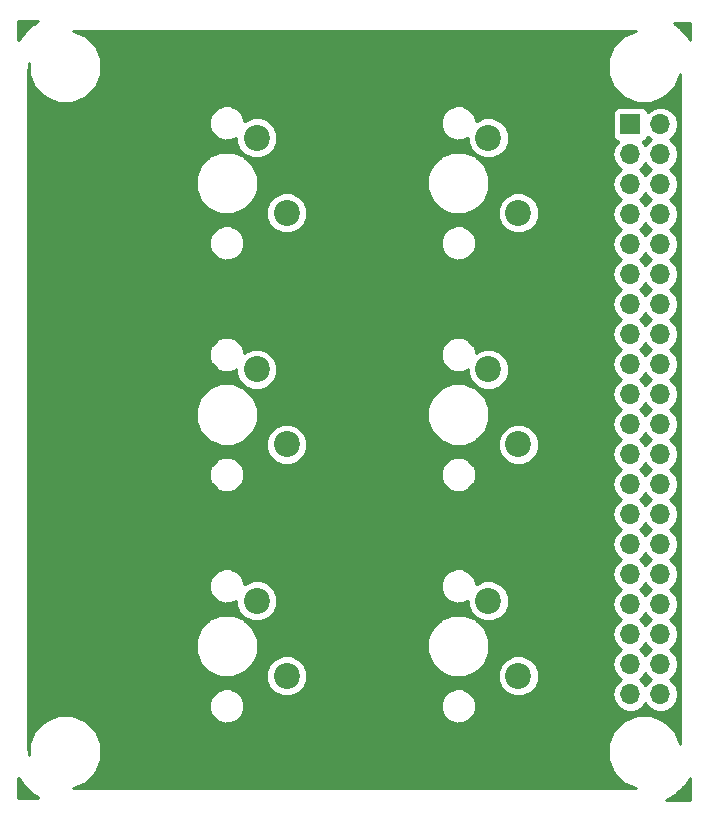
<source format=gbl>
G04 #@! TF.GenerationSoftware,KiCad,Pcbnew,5.0.0-rc1-44a33f2~62~ubuntu17.10.1*
G04 #@! TF.CreationDate,2018-05-10T22:28:45+09:00*
G04 #@! TF.ProjectId,RaspiCherryMXKeysHat,52617370694368657272794D584B6579,rev?*
G04 #@! TF.SameCoordinates,Original*
G04 #@! TF.FileFunction,Copper,L2,Bot,Signal*
G04 #@! TF.FilePolarity,Positive*
%FSLAX46Y46*%
G04 Gerber Fmt 4.6, Leading zero omitted, Abs format (unit mm)*
G04 Created by KiCad (PCBNEW 5.0.0-rc1-44a33f2~62~ubuntu17.10.1) date Thu May 10 22:28:45 2018*
%MOMM*%
%LPD*%
G01*
G04 APERTURE LIST*
%ADD10R,1.700000X1.700000*%
%ADD11O,1.700000X1.700000*%
%ADD12C,2.200000*%
%ADD13C,0.254000*%
G04 APERTURE END LIST*
D10*
X123952000Y-76200000D03*
D11*
X126492000Y-76200000D03*
X123952000Y-78740000D03*
X126492000Y-78740000D03*
X123952000Y-81280000D03*
X126492000Y-81280000D03*
X123952000Y-83820000D03*
X126492000Y-83820000D03*
X123952000Y-86360000D03*
X126492000Y-86360000D03*
X123952000Y-88900000D03*
X126492000Y-88900000D03*
X123952000Y-91440000D03*
X126492000Y-91440000D03*
X123952000Y-93980000D03*
X126492000Y-93980000D03*
X123952000Y-96520000D03*
X126492000Y-96520000D03*
X123952000Y-99060000D03*
X126492000Y-99060000D03*
X123952000Y-101600000D03*
X126492000Y-101600000D03*
X123952000Y-104140000D03*
X126492000Y-104140000D03*
X123952000Y-106680000D03*
X126492000Y-106680000D03*
X123952000Y-109220000D03*
X126492000Y-109220000D03*
X123952000Y-111760000D03*
X126492000Y-111760000D03*
X123952000Y-114300000D03*
X126492000Y-114300000D03*
X123952000Y-116840000D03*
X126492000Y-116840000D03*
X123952000Y-119380000D03*
X126492000Y-119380000D03*
X123952000Y-121920000D03*
X126492000Y-121920000D03*
X123952000Y-124460000D03*
X126492000Y-124460000D03*
D12*
X114457000Y-83714000D03*
X111917000Y-77364000D03*
X92316800Y-77364000D03*
X94856800Y-83714000D03*
X114457000Y-103314000D03*
X111917000Y-96964000D03*
X92316800Y-96964000D03*
X94856800Y-103314000D03*
X114457000Y-122914000D03*
X111917000Y-116564000D03*
X92316800Y-116564000D03*
X94856800Y-122914000D03*
D13*
G36*
X129032000Y-133413076D02*
X127008119Y-133406330D01*
X127333675Y-133240451D01*
X127333683Y-133240447D01*
X127358069Y-133226367D01*
X127400309Y-133201981D01*
X127400322Y-133201972D01*
X127734763Y-132984783D01*
X127734772Y-132984778D01*
X127773226Y-132956839D01*
X127797012Y-132939558D01*
X127797023Y-132939548D01*
X128106929Y-132688591D01*
X128106939Y-132688584D01*
X128147982Y-132651628D01*
X128164111Y-132637106D01*
X128164120Y-132637096D01*
X128446106Y-132355111D01*
X128497584Y-132297939D01*
X128497591Y-132297929D01*
X128748548Y-131988023D01*
X128748558Y-131988012D01*
X128784490Y-131938555D01*
X128793778Y-131925772D01*
X128793783Y-131925763D01*
X129010980Y-131591310D01*
X129026789Y-131563929D01*
X129032000Y-131554903D01*
X129032000Y-133413076D01*
X129032000Y-133413076D01*
G37*
X129032000Y-133413076D02*
X127008119Y-133406330D01*
X127333675Y-133240451D01*
X127333683Y-133240447D01*
X127358069Y-133226367D01*
X127400309Y-133201981D01*
X127400322Y-133201972D01*
X127734763Y-132984783D01*
X127734772Y-132984778D01*
X127773226Y-132956839D01*
X127797012Y-132939558D01*
X127797023Y-132939548D01*
X128106929Y-132688591D01*
X128106939Y-132688584D01*
X128147982Y-132651628D01*
X128164111Y-132637106D01*
X128164120Y-132637096D01*
X128446106Y-132355111D01*
X128497584Y-132297939D01*
X128497591Y-132297929D01*
X128748548Y-131988023D01*
X128748558Y-131988012D01*
X128784490Y-131938555D01*
X128793778Y-131925772D01*
X128793783Y-131925763D01*
X129010980Y-131591310D01*
X129026789Y-131563929D01*
X129032000Y-131554903D01*
X129032000Y-133413076D01*
G36*
X72157019Y-131591309D02*
X72157028Y-131591322D01*
X72374217Y-131925763D01*
X72374222Y-131925772D01*
X72383510Y-131938555D01*
X72419442Y-131988012D01*
X72419452Y-131988023D01*
X72670409Y-132297929D01*
X72670416Y-132297939D01*
X72694806Y-132325027D01*
X72721894Y-132355111D01*
X72721904Y-132355120D01*
X73003889Y-132637106D01*
X73061061Y-132688584D01*
X73061071Y-132688591D01*
X73370977Y-132939548D01*
X73370988Y-132939558D01*
X73394774Y-132956839D01*
X73433228Y-132984778D01*
X73433237Y-132984783D01*
X73767686Y-133201978D01*
X73767691Y-133201981D01*
X73814521Y-133229018D01*
X72136000Y-133223423D01*
X72136000Y-131554901D01*
X72157019Y-131591309D01*
X72157019Y-131591309D01*
G37*
X72157019Y-131591309D02*
X72157028Y-131591322D01*
X72374217Y-131925763D01*
X72374222Y-131925772D01*
X72383510Y-131938555D01*
X72419442Y-131988012D01*
X72419452Y-131988023D01*
X72670409Y-132297929D01*
X72670416Y-132297939D01*
X72694806Y-132325027D01*
X72721894Y-132355111D01*
X72721904Y-132355120D01*
X73003889Y-132637106D01*
X73061061Y-132688584D01*
X73061071Y-132688591D01*
X73370977Y-132939548D01*
X73370988Y-132939558D01*
X73394774Y-132956839D01*
X73433228Y-132984778D01*
X73433237Y-132984783D01*
X73767686Y-133201978D01*
X73767691Y-133201981D01*
X73814521Y-133229018D01*
X72136000Y-133223423D01*
X72136000Y-131554901D01*
X72157019Y-131591309D01*
G36*
X123352020Y-68721445D02*
X122486445Y-69587020D01*
X122018000Y-70717947D01*
X122018000Y-71942053D01*
X122486445Y-73072980D01*
X123352020Y-73938555D01*
X124482947Y-74407000D01*
X125707053Y-74407000D01*
X126837980Y-73938555D01*
X127703555Y-73072980D01*
X128170000Y-71946881D01*
X128170001Y-128713121D01*
X127703555Y-127587020D01*
X126837980Y-126721445D01*
X125707053Y-126253000D01*
X124482947Y-126253000D01*
X123352020Y-126721445D01*
X122486445Y-127587020D01*
X122018000Y-128717947D01*
X122018000Y-129942053D01*
X122486445Y-131072980D01*
X123352020Y-131938555D01*
X124432248Y-132386000D01*
X76757752Y-132386000D01*
X77837980Y-131938555D01*
X78703555Y-131072980D01*
X79172000Y-129942053D01*
X79172000Y-128717947D01*
X78703555Y-127587020D01*
X77837980Y-126721445D01*
X76707053Y-126253000D01*
X75482947Y-126253000D01*
X74352020Y-126721445D01*
X73486445Y-127587020D01*
X73018000Y-128717947D01*
X73018000Y-129620902D01*
X73015849Y-129607322D01*
X72996993Y-129247532D01*
X72988951Y-129171020D01*
X72973000Y-129095979D01*
X72973000Y-125225279D01*
X88280082Y-125225279D01*
X88291800Y-125487208D01*
X88291800Y-125749385D01*
X88304949Y-125781130D01*
X88306485Y-125815458D01*
X88481541Y-126238080D01*
X88496158Y-126242749D01*
X88517878Y-126295185D01*
X88935615Y-126712922D01*
X88988051Y-126734642D01*
X88992720Y-126749259D01*
X89239192Y-126838668D01*
X89481415Y-126939000D01*
X89515776Y-126939000D01*
X89548079Y-126950718D01*
X89810008Y-126939000D01*
X90072185Y-126939000D01*
X90103930Y-126925851D01*
X90138258Y-126924315D01*
X90560880Y-126749259D01*
X90565549Y-126734642D01*
X90617985Y-126712922D01*
X91035722Y-126295185D01*
X91057442Y-126242749D01*
X91072059Y-126238080D01*
X91161468Y-125991608D01*
X91261800Y-125749385D01*
X91261800Y-125715024D01*
X91273518Y-125682721D01*
X91261800Y-125420792D01*
X91261800Y-125225279D01*
X107880282Y-125225279D01*
X107892000Y-125487208D01*
X107892000Y-125749385D01*
X107905149Y-125781130D01*
X107906685Y-125815458D01*
X108081741Y-126238080D01*
X108096358Y-126242749D01*
X108118078Y-126295185D01*
X108535815Y-126712922D01*
X108588251Y-126734642D01*
X108592920Y-126749259D01*
X108839392Y-126838668D01*
X109081615Y-126939000D01*
X109115976Y-126939000D01*
X109148279Y-126950718D01*
X109410208Y-126939000D01*
X109672385Y-126939000D01*
X109704130Y-126925851D01*
X109738458Y-126924315D01*
X110161080Y-126749259D01*
X110165749Y-126734642D01*
X110218185Y-126712922D01*
X110635922Y-126295185D01*
X110657642Y-126242749D01*
X110672259Y-126238080D01*
X110761668Y-125991608D01*
X110862000Y-125749385D01*
X110862000Y-125715024D01*
X110873718Y-125682721D01*
X110862000Y-125420792D01*
X110862000Y-125158615D01*
X110848851Y-125126870D01*
X110847315Y-125092542D01*
X110672259Y-124669920D01*
X110657642Y-124665251D01*
X110635922Y-124612815D01*
X110218185Y-124195078D01*
X110165749Y-124173358D01*
X110161080Y-124158741D01*
X109914608Y-124069332D01*
X109672385Y-123969000D01*
X109638024Y-123969000D01*
X109605721Y-123957282D01*
X109343792Y-123969000D01*
X109081615Y-123969000D01*
X109049870Y-123982149D01*
X109015542Y-123983685D01*
X108592920Y-124158741D01*
X108588251Y-124173358D01*
X108535815Y-124195078D01*
X108118078Y-124612815D01*
X108096358Y-124665251D01*
X108081741Y-124669920D01*
X107992332Y-124916392D01*
X107892000Y-125158615D01*
X107892000Y-125192976D01*
X107880282Y-125225279D01*
X91261800Y-125225279D01*
X91261800Y-125158615D01*
X91248651Y-125126870D01*
X91247115Y-125092542D01*
X91072059Y-124669920D01*
X91057442Y-124665251D01*
X91035722Y-124612815D01*
X90617985Y-124195078D01*
X90565549Y-124173358D01*
X90560880Y-124158741D01*
X90314408Y-124069332D01*
X90072185Y-123969000D01*
X90037824Y-123969000D01*
X90005521Y-123957282D01*
X89743592Y-123969000D01*
X89481415Y-123969000D01*
X89449670Y-123982149D01*
X89415342Y-123983685D01*
X88992720Y-124158741D01*
X88988051Y-124173358D01*
X88935615Y-124195078D01*
X88517878Y-124612815D01*
X88496158Y-124665251D01*
X88481541Y-124669920D01*
X88392132Y-124916392D01*
X88291800Y-125158615D01*
X88291800Y-125192976D01*
X88280082Y-125225279D01*
X72973000Y-125225279D01*
X72973000Y-119871012D01*
X87137681Y-119871012D01*
X87141800Y-120384655D01*
X87141800Y-120898134D01*
X87145999Y-120908271D01*
X87146087Y-120919247D01*
X87531057Y-121848647D01*
X87536975Y-121852171D01*
X87542955Y-121866608D01*
X88284192Y-122607845D01*
X88298629Y-122613825D01*
X88302153Y-122619743D01*
X88778283Y-122812504D01*
X89252666Y-123009000D01*
X89263638Y-123009000D01*
X89273812Y-123013119D01*
X89787455Y-123009000D01*
X90300934Y-123009000D01*
X90311071Y-123004801D01*
X90322047Y-123004713D01*
X91251447Y-122619743D01*
X91254971Y-122613825D01*
X91269408Y-122607845D01*
X91308366Y-122568887D01*
X93121800Y-122568887D01*
X93121800Y-123259113D01*
X93385938Y-123896799D01*
X93874001Y-124384862D01*
X94511687Y-124649000D01*
X95201913Y-124649000D01*
X95839599Y-124384862D01*
X96327662Y-123896799D01*
X96591800Y-123259113D01*
X96591800Y-122568887D01*
X96327662Y-121931201D01*
X95839599Y-121443138D01*
X95201913Y-121179000D01*
X94511687Y-121179000D01*
X93874001Y-121443138D01*
X93385938Y-121931201D01*
X93121800Y-122568887D01*
X91308366Y-122568887D01*
X92010645Y-121866608D01*
X92016625Y-121852171D01*
X92022543Y-121848647D01*
X92215304Y-121372517D01*
X92411800Y-120898134D01*
X92411800Y-120887162D01*
X92415919Y-120876988D01*
X92411800Y-120363345D01*
X92411800Y-119871012D01*
X106737881Y-119871012D01*
X106742000Y-120384655D01*
X106742000Y-120898134D01*
X106746199Y-120908271D01*
X106746287Y-120919247D01*
X107131257Y-121848647D01*
X107137175Y-121852171D01*
X107143155Y-121866608D01*
X107884392Y-122607845D01*
X107898829Y-122613825D01*
X107902353Y-122619743D01*
X108378483Y-122812504D01*
X108852866Y-123009000D01*
X108863838Y-123009000D01*
X108874012Y-123013119D01*
X109387655Y-123009000D01*
X109901134Y-123009000D01*
X109911271Y-123004801D01*
X109922247Y-123004713D01*
X110851647Y-122619743D01*
X110855171Y-122613825D01*
X110869608Y-122607845D01*
X110908566Y-122568887D01*
X112722000Y-122568887D01*
X112722000Y-123259113D01*
X112986138Y-123896799D01*
X113474201Y-124384862D01*
X114111887Y-124649000D01*
X114802113Y-124649000D01*
X115439799Y-124384862D01*
X115927862Y-123896799D01*
X116192000Y-123259113D01*
X116192000Y-122568887D01*
X115927862Y-121931201D01*
X115439799Y-121443138D01*
X114802113Y-121179000D01*
X114111887Y-121179000D01*
X113474201Y-121443138D01*
X112986138Y-121931201D01*
X112722000Y-122568887D01*
X110908566Y-122568887D01*
X111610845Y-121866608D01*
X111616825Y-121852171D01*
X111622743Y-121848647D01*
X111815504Y-121372517D01*
X112012000Y-120898134D01*
X112012000Y-120887162D01*
X112016119Y-120876988D01*
X112012000Y-120363345D01*
X112012000Y-119849866D01*
X112007801Y-119839729D01*
X112007713Y-119828753D01*
X111622743Y-118899353D01*
X111616825Y-118895829D01*
X111610845Y-118881392D01*
X110869608Y-118140155D01*
X110855171Y-118134175D01*
X110851647Y-118128257D01*
X110375517Y-117935496D01*
X109901134Y-117739000D01*
X109890162Y-117739000D01*
X109879988Y-117734881D01*
X109366345Y-117739000D01*
X108852866Y-117739000D01*
X108842729Y-117743199D01*
X108831753Y-117743287D01*
X107902353Y-118128257D01*
X107898829Y-118134175D01*
X107884392Y-118140155D01*
X107143155Y-118881392D01*
X107137175Y-118895829D01*
X107131257Y-118899353D01*
X106938496Y-119375483D01*
X106742000Y-119849866D01*
X106742000Y-119860838D01*
X106737881Y-119871012D01*
X92411800Y-119871012D01*
X92411800Y-119849866D01*
X92407601Y-119839729D01*
X92407513Y-119828753D01*
X92022543Y-118899353D01*
X92016625Y-118895829D01*
X92010645Y-118881392D01*
X91269408Y-118140155D01*
X91254971Y-118134175D01*
X91251447Y-118128257D01*
X90775317Y-117935496D01*
X90300934Y-117739000D01*
X90289962Y-117739000D01*
X90279788Y-117734881D01*
X89766145Y-117739000D01*
X89252666Y-117739000D01*
X89242529Y-117743199D01*
X89231553Y-117743287D01*
X88302153Y-118128257D01*
X88298629Y-118134175D01*
X88284192Y-118140155D01*
X87542955Y-118881392D01*
X87536975Y-118895829D01*
X87531057Y-118899353D01*
X87338296Y-119375483D01*
X87141800Y-119849866D01*
X87141800Y-119860838D01*
X87137681Y-119871012D01*
X72973000Y-119871012D01*
X72973000Y-115065279D01*
X88280082Y-115065279D01*
X88291800Y-115327208D01*
X88291800Y-115589385D01*
X88304949Y-115621130D01*
X88306485Y-115655458D01*
X88481541Y-116078080D01*
X88496158Y-116082749D01*
X88517878Y-116135185D01*
X88935615Y-116552922D01*
X88988051Y-116574642D01*
X88992720Y-116589259D01*
X89239192Y-116678668D01*
X89481415Y-116779000D01*
X89515776Y-116779000D01*
X89548079Y-116790718D01*
X89810008Y-116779000D01*
X90072185Y-116779000D01*
X90103930Y-116765851D01*
X90138258Y-116764315D01*
X90560880Y-116589259D01*
X90565549Y-116574642D01*
X90581800Y-116567910D01*
X90581800Y-116909113D01*
X90845938Y-117546799D01*
X91334001Y-118034862D01*
X91971687Y-118299000D01*
X92661913Y-118299000D01*
X93299599Y-118034862D01*
X93787662Y-117546799D01*
X94051800Y-116909113D01*
X94051800Y-116218887D01*
X93787662Y-115581201D01*
X93299599Y-115093138D01*
X93232342Y-115065279D01*
X107880282Y-115065279D01*
X107892000Y-115327208D01*
X107892000Y-115589385D01*
X107905149Y-115621130D01*
X107906685Y-115655458D01*
X108081741Y-116078080D01*
X108096358Y-116082749D01*
X108118078Y-116135185D01*
X108535815Y-116552922D01*
X108588251Y-116574642D01*
X108592920Y-116589259D01*
X108839392Y-116678668D01*
X109081615Y-116779000D01*
X109115976Y-116779000D01*
X109148279Y-116790718D01*
X109410208Y-116779000D01*
X109672385Y-116779000D01*
X109704130Y-116765851D01*
X109738458Y-116764315D01*
X110161080Y-116589259D01*
X110165749Y-116574642D01*
X110182000Y-116567910D01*
X110182000Y-116909113D01*
X110446138Y-117546799D01*
X110934201Y-118034862D01*
X111571887Y-118299000D01*
X112262113Y-118299000D01*
X112899799Y-118034862D01*
X113387862Y-117546799D01*
X113652000Y-116909113D01*
X113652000Y-116218887D01*
X113387862Y-115581201D01*
X112899799Y-115093138D01*
X112262113Y-114829000D01*
X111571887Y-114829000D01*
X110934201Y-115093138D01*
X110862000Y-115165339D01*
X110862000Y-114998615D01*
X110848851Y-114966870D01*
X110847315Y-114932542D01*
X110672259Y-114509920D01*
X110657642Y-114505251D01*
X110635922Y-114452815D01*
X110218185Y-114035078D01*
X110165749Y-114013358D01*
X110161080Y-113998741D01*
X109914608Y-113909332D01*
X109672385Y-113809000D01*
X109638024Y-113809000D01*
X109605721Y-113797282D01*
X109343792Y-113809000D01*
X109081615Y-113809000D01*
X109049870Y-113822149D01*
X109015542Y-113823685D01*
X108592920Y-113998741D01*
X108588251Y-114013358D01*
X108535815Y-114035078D01*
X108118078Y-114452815D01*
X108096358Y-114505251D01*
X108081741Y-114509920D01*
X107992332Y-114756392D01*
X107892000Y-114998615D01*
X107892000Y-115032976D01*
X107880282Y-115065279D01*
X93232342Y-115065279D01*
X92661913Y-114829000D01*
X91971687Y-114829000D01*
X91334001Y-115093138D01*
X91261800Y-115165339D01*
X91261800Y-114998615D01*
X91248651Y-114966870D01*
X91247115Y-114932542D01*
X91072059Y-114509920D01*
X91057442Y-114505251D01*
X91035722Y-114452815D01*
X90617985Y-114035078D01*
X90565549Y-114013358D01*
X90560880Y-113998741D01*
X90314408Y-113909332D01*
X90072185Y-113809000D01*
X90037824Y-113809000D01*
X90005521Y-113797282D01*
X89743592Y-113809000D01*
X89481415Y-113809000D01*
X89449670Y-113822149D01*
X89415342Y-113823685D01*
X88992720Y-113998741D01*
X88988051Y-114013358D01*
X88935615Y-114035078D01*
X88517878Y-114452815D01*
X88496158Y-114505251D01*
X88481541Y-114509920D01*
X88392132Y-114756392D01*
X88291800Y-114998615D01*
X88291800Y-115032976D01*
X88280082Y-115065279D01*
X72973000Y-115065279D01*
X72973000Y-105625279D01*
X88280082Y-105625279D01*
X88291800Y-105887208D01*
X88291800Y-106149385D01*
X88304949Y-106181130D01*
X88306485Y-106215458D01*
X88481541Y-106638080D01*
X88496158Y-106642749D01*
X88517878Y-106695185D01*
X88935615Y-107112922D01*
X88988051Y-107134642D01*
X88992720Y-107149259D01*
X89239192Y-107238668D01*
X89481415Y-107339000D01*
X89515776Y-107339000D01*
X89548079Y-107350718D01*
X89810008Y-107339000D01*
X90072185Y-107339000D01*
X90103930Y-107325851D01*
X90138258Y-107324315D01*
X90560880Y-107149259D01*
X90565549Y-107134642D01*
X90617985Y-107112922D01*
X91035722Y-106695185D01*
X91057442Y-106642749D01*
X91072059Y-106638080D01*
X91161468Y-106391608D01*
X91261800Y-106149385D01*
X91261800Y-106115024D01*
X91273518Y-106082721D01*
X91261800Y-105820792D01*
X91261800Y-105625279D01*
X107880282Y-105625279D01*
X107892000Y-105887208D01*
X107892000Y-106149385D01*
X107905149Y-106181130D01*
X107906685Y-106215458D01*
X108081741Y-106638080D01*
X108096358Y-106642749D01*
X108118078Y-106695185D01*
X108535815Y-107112922D01*
X108588251Y-107134642D01*
X108592920Y-107149259D01*
X108839392Y-107238668D01*
X109081615Y-107339000D01*
X109115976Y-107339000D01*
X109148279Y-107350718D01*
X109410208Y-107339000D01*
X109672385Y-107339000D01*
X109704130Y-107325851D01*
X109738458Y-107324315D01*
X110161080Y-107149259D01*
X110165749Y-107134642D01*
X110218185Y-107112922D01*
X110635922Y-106695185D01*
X110657642Y-106642749D01*
X110672259Y-106638080D01*
X110761668Y-106391608D01*
X110862000Y-106149385D01*
X110862000Y-106115024D01*
X110873718Y-106082721D01*
X110862000Y-105820792D01*
X110862000Y-105558615D01*
X110848851Y-105526870D01*
X110847315Y-105492542D01*
X110672259Y-105069920D01*
X110657642Y-105065251D01*
X110635922Y-105012815D01*
X110218185Y-104595078D01*
X110165749Y-104573358D01*
X110161080Y-104558741D01*
X109914608Y-104469332D01*
X109672385Y-104369000D01*
X109638024Y-104369000D01*
X109605721Y-104357282D01*
X109343792Y-104369000D01*
X109081615Y-104369000D01*
X109049870Y-104382149D01*
X109015542Y-104383685D01*
X108592920Y-104558741D01*
X108588251Y-104573358D01*
X108535815Y-104595078D01*
X108118078Y-105012815D01*
X108096358Y-105065251D01*
X108081741Y-105069920D01*
X107992332Y-105316392D01*
X107892000Y-105558615D01*
X107892000Y-105592976D01*
X107880282Y-105625279D01*
X91261800Y-105625279D01*
X91261800Y-105558615D01*
X91248651Y-105526870D01*
X91247115Y-105492542D01*
X91072059Y-105069920D01*
X91057442Y-105065251D01*
X91035722Y-105012815D01*
X90617985Y-104595078D01*
X90565549Y-104573358D01*
X90560880Y-104558741D01*
X90314408Y-104469332D01*
X90072185Y-104369000D01*
X90037824Y-104369000D01*
X90005521Y-104357282D01*
X89743592Y-104369000D01*
X89481415Y-104369000D01*
X89449670Y-104382149D01*
X89415342Y-104383685D01*
X88992720Y-104558741D01*
X88988051Y-104573358D01*
X88935615Y-104595078D01*
X88517878Y-105012815D01*
X88496158Y-105065251D01*
X88481541Y-105069920D01*
X88392132Y-105316392D01*
X88291800Y-105558615D01*
X88291800Y-105592976D01*
X88280082Y-105625279D01*
X72973000Y-105625279D01*
X72973000Y-100271012D01*
X87137681Y-100271012D01*
X87141800Y-100784655D01*
X87141800Y-101298134D01*
X87145999Y-101308271D01*
X87146087Y-101319247D01*
X87531057Y-102248647D01*
X87536975Y-102252171D01*
X87542955Y-102266608D01*
X88284192Y-103007845D01*
X88298629Y-103013825D01*
X88302153Y-103019743D01*
X88778283Y-103212504D01*
X89252666Y-103409000D01*
X89263638Y-103409000D01*
X89273812Y-103413119D01*
X89787455Y-103409000D01*
X90300934Y-103409000D01*
X90311071Y-103404801D01*
X90322047Y-103404713D01*
X91251447Y-103019743D01*
X91254971Y-103013825D01*
X91269408Y-103007845D01*
X91308366Y-102968887D01*
X93121800Y-102968887D01*
X93121800Y-103659113D01*
X93385938Y-104296799D01*
X93874001Y-104784862D01*
X94511687Y-105049000D01*
X95201913Y-105049000D01*
X95839599Y-104784862D01*
X96327662Y-104296799D01*
X96591800Y-103659113D01*
X96591800Y-102968887D01*
X96327662Y-102331201D01*
X95839599Y-101843138D01*
X95201913Y-101579000D01*
X94511687Y-101579000D01*
X93874001Y-101843138D01*
X93385938Y-102331201D01*
X93121800Y-102968887D01*
X91308366Y-102968887D01*
X92010645Y-102266608D01*
X92016625Y-102252171D01*
X92022543Y-102248647D01*
X92215304Y-101772517D01*
X92411800Y-101298134D01*
X92411800Y-101287162D01*
X92415919Y-101276988D01*
X92411800Y-100763345D01*
X92411800Y-100271012D01*
X106737881Y-100271012D01*
X106742000Y-100784655D01*
X106742000Y-101298134D01*
X106746199Y-101308271D01*
X106746287Y-101319247D01*
X107131257Y-102248647D01*
X107137175Y-102252171D01*
X107143155Y-102266608D01*
X107884392Y-103007845D01*
X107898829Y-103013825D01*
X107902353Y-103019743D01*
X108378483Y-103212504D01*
X108852866Y-103409000D01*
X108863838Y-103409000D01*
X108874012Y-103413119D01*
X109387655Y-103409000D01*
X109901134Y-103409000D01*
X109911271Y-103404801D01*
X109922247Y-103404713D01*
X110851647Y-103019743D01*
X110855171Y-103013825D01*
X110869608Y-103007845D01*
X110908566Y-102968887D01*
X112722000Y-102968887D01*
X112722000Y-103659113D01*
X112986138Y-104296799D01*
X113474201Y-104784862D01*
X114111887Y-105049000D01*
X114802113Y-105049000D01*
X115439799Y-104784862D01*
X115927862Y-104296799D01*
X116192000Y-103659113D01*
X116192000Y-102968887D01*
X115927862Y-102331201D01*
X115439799Y-101843138D01*
X114802113Y-101579000D01*
X114111887Y-101579000D01*
X113474201Y-101843138D01*
X112986138Y-102331201D01*
X112722000Y-102968887D01*
X110908566Y-102968887D01*
X111610845Y-102266608D01*
X111616825Y-102252171D01*
X111622743Y-102248647D01*
X111815504Y-101772517D01*
X112012000Y-101298134D01*
X112012000Y-101287162D01*
X112016119Y-101276988D01*
X112012000Y-100763345D01*
X112012000Y-100249866D01*
X112007801Y-100239729D01*
X112007713Y-100228753D01*
X111622743Y-99299353D01*
X111616825Y-99295829D01*
X111610845Y-99281392D01*
X110869608Y-98540155D01*
X110855171Y-98534175D01*
X110851647Y-98528257D01*
X110375517Y-98335496D01*
X109901134Y-98139000D01*
X109890162Y-98139000D01*
X109879988Y-98134881D01*
X109366345Y-98139000D01*
X108852866Y-98139000D01*
X108842729Y-98143199D01*
X108831753Y-98143287D01*
X107902353Y-98528257D01*
X107898829Y-98534175D01*
X107884392Y-98540155D01*
X107143155Y-99281392D01*
X107137175Y-99295829D01*
X107131257Y-99299353D01*
X106938496Y-99775483D01*
X106742000Y-100249866D01*
X106742000Y-100260838D01*
X106737881Y-100271012D01*
X92411800Y-100271012D01*
X92411800Y-100249866D01*
X92407601Y-100239729D01*
X92407513Y-100228753D01*
X92022543Y-99299353D01*
X92016625Y-99295829D01*
X92010645Y-99281392D01*
X91269408Y-98540155D01*
X91254971Y-98534175D01*
X91251447Y-98528257D01*
X90775317Y-98335496D01*
X90300934Y-98139000D01*
X90289962Y-98139000D01*
X90279788Y-98134881D01*
X89766145Y-98139000D01*
X89252666Y-98139000D01*
X89242529Y-98143199D01*
X89231553Y-98143287D01*
X88302153Y-98528257D01*
X88298629Y-98534175D01*
X88284192Y-98540155D01*
X87542955Y-99281392D01*
X87536975Y-99295829D01*
X87531057Y-99299353D01*
X87338296Y-99775483D01*
X87141800Y-100249866D01*
X87141800Y-100260838D01*
X87137681Y-100271012D01*
X72973000Y-100271012D01*
X72973000Y-95465279D01*
X88280082Y-95465279D01*
X88291800Y-95727208D01*
X88291800Y-95989385D01*
X88304949Y-96021130D01*
X88306485Y-96055458D01*
X88481541Y-96478080D01*
X88496158Y-96482749D01*
X88517878Y-96535185D01*
X88935615Y-96952922D01*
X88988051Y-96974642D01*
X88992720Y-96989259D01*
X89239192Y-97078668D01*
X89481415Y-97179000D01*
X89515776Y-97179000D01*
X89548079Y-97190718D01*
X89810008Y-97179000D01*
X90072185Y-97179000D01*
X90103930Y-97165851D01*
X90138258Y-97164315D01*
X90560880Y-96989259D01*
X90565549Y-96974642D01*
X90581800Y-96967910D01*
X90581800Y-97309113D01*
X90845938Y-97946799D01*
X91334001Y-98434862D01*
X91971687Y-98699000D01*
X92661913Y-98699000D01*
X93299599Y-98434862D01*
X93787662Y-97946799D01*
X94051800Y-97309113D01*
X94051800Y-96618887D01*
X93787662Y-95981201D01*
X93299599Y-95493138D01*
X93232342Y-95465279D01*
X107880282Y-95465279D01*
X107892000Y-95727208D01*
X107892000Y-95989385D01*
X107905149Y-96021130D01*
X107906685Y-96055458D01*
X108081741Y-96478080D01*
X108096358Y-96482749D01*
X108118078Y-96535185D01*
X108535815Y-96952922D01*
X108588251Y-96974642D01*
X108592920Y-96989259D01*
X108839392Y-97078668D01*
X109081615Y-97179000D01*
X109115976Y-97179000D01*
X109148279Y-97190718D01*
X109410208Y-97179000D01*
X109672385Y-97179000D01*
X109704130Y-97165851D01*
X109738458Y-97164315D01*
X110161080Y-96989259D01*
X110165749Y-96974642D01*
X110182000Y-96967910D01*
X110182000Y-97309113D01*
X110446138Y-97946799D01*
X110934201Y-98434862D01*
X111571887Y-98699000D01*
X112262113Y-98699000D01*
X112899799Y-98434862D01*
X113387862Y-97946799D01*
X113652000Y-97309113D01*
X113652000Y-96618887D01*
X113387862Y-95981201D01*
X112899799Y-95493138D01*
X112262113Y-95229000D01*
X111571887Y-95229000D01*
X110934201Y-95493138D01*
X110862000Y-95565339D01*
X110862000Y-95398615D01*
X110848851Y-95366870D01*
X110847315Y-95332542D01*
X110672259Y-94909920D01*
X110657642Y-94905251D01*
X110635922Y-94852815D01*
X110218185Y-94435078D01*
X110165749Y-94413358D01*
X110161080Y-94398741D01*
X109914608Y-94309332D01*
X109672385Y-94209000D01*
X109638024Y-94209000D01*
X109605721Y-94197282D01*
X109343792Y-94209000D01*
X109081615Y-94209000D01*
X109049870Y-94222149D01*
X109015542Y-94223685D01*
X108592920Y-94398741D01*
X108588251Y-94413358D01*
X108535815Y-94435078D01*
X108118078Y-94852815D01*
X108096358Y-94905251D01*
X108081741Y-94909920D01*
X107992332Y-95156392D01*
X107892000Y-95398615D01*
X107892000Y-95432976D01*
X107880282Y-95465279D01*
X93232342Y-95465279D01*
X92661913Y-95229000D01*
X91971687Y-95229000D01*
X91334001Y-95493138D01*
X91261800Y-95565339D01*
X91261800Y-95398615D01*
X91248651Y-95366870D01*
X91247115Y-95332542D01*
X91072059Y-94909920D01*
X91057442Y-94905251D01*
X91035722Y-94852815D01*
X90617985Y-94435078D01*
X90565549Y-94413358D01*
X90560880Y-94398741D01*
X90314408Y-94309332D01*
X90072185Y-94209000D01*
X90037824Y-94209000D01*
X90005521Y-94197282D01*
X89743592Y-94209000D01*
X89481415Y-94209000D01*
X89449670Y-94222149D01*
X89415342Y-94223685D01*
X88992720Y-94398741D01*
X88988051Y-94413358D01*
X88935615Y-94435078D01*
X88517878Y-94852815D01*
X88496158Y-94905251D01*
X88481541Y-94909920D01*
X88392132Y-95156392D01*
X88291800Y-95398615D01*
X88291800Y-95432976D01*
X88280082Y-95465279D01*
X72973000Y-95465279D01*
X72973000Y-86025279D01*
X88280082Y-86025279D01*
X88291800Y-86287208D01*
X88291800Y-86549385D01*
X88304949Y-86581130D01*
X88306485Y-86615458D01*
X88481541Y-87038080D01*
X88496158Y-87042749D01*
X88517878Y-87095185D01*
X88935615Y-87512922D01*
X88988051Y-87534642D01*
X88992720Y-87549259D01*
X89239192Y-87638668D01*
X89481415Y-87739000D01*
X89515776Y-87739000D01*
X89548079Y-87750718D01*
X89810008Y-87739000D01*
X90072185Y-87739000D01*
X90103930Y-87725851D01*
X90138258Y-87724315D01*
X90560880Y-87549259D01*
X90565549Y-87534642D01*
X90617985Y-87512922D01*
X91035722Y-87095185D01*
X91057442Y-87042749D01*
X91072059Y-87038080D01*
X91161468Y-86791608D01*
X91261800Y-86549385D01*
X91261800Y-86515024D01*
X91273518Y-86482721D01*
X91261800Y-86220792D01*
X91261800Y-86025279D01*
X107880282Y-86025279D01*
X107892000Y-86287208D01*
X107892000Y-86549385D01*
X107905149Y-86581130D01*
X107906685Y-86615458D01*
X108081741Y-87038080D01*
X108096358Y-87042749D01*
X108118078Y-87095185D01*
X108535815Y-87512922D01*
X108588251Y-87534642D01*
X108592920Y-87549259D01*
X108839392Y-87638668D01*
X109081615Y-87739000D01*
X109115976Y-87739000D01*
X109148279Y-87750718D01*
X109410208Y-87739000D01*
X109672385Y-87739000D01*
X109704130Y-87725851D01*
X109738458Y-87724315D01*
X110161080Y-87549259D01*
X110165749Y-87534642D01*
X110218185Y-87512922D01*
X110635922Y-87095185D01*
X110657642Y-87042749D01*
X110672259Y-87038080D01*
X110761668Y-86791608D01*
X110862000Y-86549385D01*
X110862000Y-86515024D01*
X110873718Y-86482721D01*
X110862000Y-86220792D01*
X110862000Y-85958615D01*
X110848851Y-85926870D01*
X110847315Y-85892542D01*
X110672259Y-85469920D01*
X110657642Y-85465251D01*
X110635922Y-85412815D01*
X110218185Y-84995078D01*
X110165749Y-84973358D01*
X110161080Y-84958741D01*
X109914608Y-84869332D01*
X109672385Y-84769000D01*
X109638024Y-84769000D01*
X109605721Y-84757282D01*
X109343792Y-84769000D01*
X109081615Y-84769000D01*
X109049870Y-84782149D01*
X109015542Y-84783685D01*
X108592920Y-84958741D01*
X108588251Y-84973358D01*
X108535815Y-84995078D01*
X108118078Y-85412815D01*
X108096358Y-85465251D01*
X108081741Y-85469920D01*
X107992332Y-85716392D01*
X107892000Y-85958615D01*
X107892000Y-85992976D01*
X107880282Y-86025279D01*
X91261800Y-86025279D01*
X91261800Y-85958615D01*
X91248651Y-85926870D01*
X91247115Y-85892542D01*
X91072059Y-85469920D01*
X91057442Y-85465251D01*
X91035722Y-85412815D01*
X90617985Y-84995078D01*
X90565549Y-84973358D01*
X90560880Y-84958741D01*
X90314408Y-84869332D01*
X90072185Y-84769000D01*
X90037824Y-84769000D01*
X90005521Y-84757282D01*
X89743592Y-84769000D01*
X89481415Y-84769000D01*
X89449670Y-84782149D01*
X89415342Y-84783685D01*
X88992720Y-84958741D01*
X88988051Y-84973358D01*
X88935615Y-84995078D01*
X88517878Y-85412815D01*
X88496158Y-85465251D01*
X88481541Y-85469920D01*
X88392132Y-85716392D01*
X88291800Y-85958615D01*
X88291800Y-85992976D01*
X88280082Y-86025279D01*
X72973000Y-86025279D01*
X72973000Y-80671012D01*
X87137681Y-80671012D01*
X87141800Y-81184655D01*
X87141800Y-81698134D01*
X87145999Y-81708271D01*
X87146087Y-81719247D01*
X87531057Y-82648647D01*
X87536975Y-82652171D01*
X87542955Y-82666608D01*
X88284192Y-83407845D01*
X88298629Y-83413825D01*
X88302153Y-83419743D01*
X88778283Y-83612504D01*
X89252666Y-83809000D01*
X89263638Y-83809000D01*
X89273812Y-83813119D01*
X89787455Y-83809000D01*
X90300934Y-83809000D01*
X90311071Y-83804801D01*
X90322047Y-83804713D01*
X91251447Y-83419743D01*
X91254971Y-83413825D01*
X91269408Y-83407845D01*
X91308366Y-83368887D01*
X93121800Y-83368887D01*
X93121800Y-84059113D01*
X93385938Y-84696799D01*
X93874001Y-85184862D01*
X94511687Y-85449000D01*
X95201913Y-85449000D01*
X95839599Y-85184862D01*
X96327662Y-84696799D01*
X96591800Y-84059113D01*
X96591800Y-83368887D01*
X96327662Y-82731201D01*
X95839599Y-82243138D01*
X95201913Y-81979000D01*
X94511687Y-81979000D01*
X93874001Y-82243138D01*
X93385938Y-82731201D01*
X93121800Y-83368887D01*
X91308366Y-83368887D01*
X92010645Y-82666608D01*
X92016625Y-82652171D01*
X92022543Y-82648647D01*
X92215304Y-82172517D01*
X92411800Y-81698134D01*
X92411800Y-81687162D01*
X92415919Y-81676988D01*
X92411800Y-81163345D01*
X92411800Y-80671012D01*
X106737881Y-80671012D01*
X106742000Y-81184655D01*
X106742000Y-81698134D01*
X106746199Y-81708271D01*
X106746287Y-81719247D01*
X107131257Y-82648647D01*
X107137175Y-82652171D01*
X107143155Y-82666608D01*
X107884392Y-83407845D01*
X107898829Y-83413825D01*
X107902353Y-83419743D01*
X108378483Y-83612504D01*
X108852866Y-83809000D01*
X108863838Y-83809000D01*
X108874012Y-83813119D01*
X109387655Y-83809000D01*
X109901134Y-83809000D01*
X109911271Y-83804801D01*
X109922247Y-83804713D01*
X110851647Y-83419743D01*
X110855171Y-83413825D01*
X110869608Y-83407845D01*
X110908566Y-83368887D01*
X112722000Y-83368887D01*
X112722000Y-84059113D01*
X112986138Y-84696799D01*
X113474201Y-85184862D01*
X114111887Y-85449000D01*
X114802113Y-85449000D01*
X115439799Y-85184862D01*
X115927862Y-84696799D01*
X116192000Y-84059113D01*
X116192000Y-83368887D01*
X115927862Y-82731201D01*
X115439799Y-82243138D01*
X114802113Y-81979000D01*
X114111887Y-81979000D01*
X113474201Y-82243138D01*
X112986138Y-82731201D01*
X112722000Y-83368887D01*
X110908566Y-83368887D01*
X111610845Y-82666608D01*
X111616825Y-82652171D01*
X111622743Y-82648647D01*
X111815504Y-82172517D01*
X112012000Y-81698134D01*
X112012000Y-81687162D01*
X112016119Y-81676988D01*
X112012000Y-81163345D01*
X112012000Y-80649866D01*
X112007801Y-80639729D01*
X112007713Y-80628753D01*
X111622743Y-79699353D01*
X111616825Y-79695829D01*
X111610845Y-79681392D01*
X110869608Y-78940155D01*
X110855171Y-78934175D01*
X110851647Y-78928257D01*
X110375517Y-78735496D01*
X109901134Y-78539000D01*
X109890162Y-78539000D01*
X109879988Y-78534881D01*
X109366345Y-78539000D01*
X108852866Y-78539000D01*
X108842729Y-78543199D01*
X108831753Y-78543287D01*
X107902353Y-78928257D01*
X107898829Y-78934175D01*
X107884392Y-78940155D01*
X107143155Y-79681392D01*
X107137175Y-79695829D01*
X107131257Y-79699353D01*
X106938496Y-80175483D01*
X106742000Y-80649866D01*
X106742000Y-80660838D01*
X106737881Y-80671012D01*
X92411800Y-80671012D01*
X92411800Y-80649866D01*
X92407601Y-80639729D01*
X92407513Y-80628753D01*
X92022543Y-79699353D01*
X92016625Y-79695829D01*
X92010645Y-79681392D01*
X91269408Y-78940155D01*
X91254971Y-78934175D01*
X91251447Y-78928257D01*
X90775317Y-78735496D01*
X90300934Y-78539000D01*
X90289962Y-78539000D01*
X90279788Y-78534881D01*
X89766145Y-78539000D01*
X89252666Y-78539000D01*
X89242529Y-78543199D01*
X89231553Y-78543287D01*
X88302153Y-78928257D01*
X88298629Y-78934175D01*
X88284192Y-78940155D01*
X87542955Y-79681392D01*
X87536975Y-79695829D01*
X87531057Y-79699353D01*
X87338296Y-80175483D01*
X87141800Y-80649866D01*
X87141800Y-80660838D01*
X87137681Y-80671012D01*
X72973000Y-80671012D01*
X72973000Y-75865279D01*
X88280082Y-75865279D01*
X88291800Y-76127208D01*
X88291800Y-76389385D01*
X88304949Y-76421130D01*
X88306485Y-76455458D01*
X88481541Y-76878080D01*
X88496158Y-76882749D01*
X88517878Y-76935185D01*
X88935615Y-77352922D01*
X88988051Y-77374642D01*
X88992720Y-77389259D01*
X89239192Y-77478668D01*
X89481415Y-77579000D01*
X89515776Y-77579000D01*
X89548079Y-77590718D01*
X89810008Y-77579000D01*
X90072185Y-77579000D01*
X90103930Y-77565851D01*
X90138258Y-77564315D01*
X90560880Y-77389259D01*
X90565549Y-77374642D01*
X90581800Y-77367910D01*
X90581800Y-77709113D01*
X90845938Y-78346799D01*
X91334001Y-78834862D01*
X91971687Y-79099000D01*
X92661913Y-79099000D01*
X93299599Y-78834862D01*
X93787662Y-78346799D01*
X94051800Y-77709113D01*
X94051800Y-77018887D01*
X93787662Y-76381201D01*
X93299599Y-75893138D01*
X93232342Y-75865279D01*
X107880282Y-75865279D01*
X107892000Y-76127208D01*
X107892000Y-76389385D01*
X107905149Y-76421130D01*
X107906685Y-76455458D01*
X108081741Y-76878080D01*
X108096358Y-76882749D01*
X108118078Y-76935185D01*
X108535815Y-77352922D01*
X108588251Y-77374642D01*
X108592920Y-77389259D01*
X108839392Y-77478668D01*
X109081615Y-77579000D01*
X109115976Y-77579000D01*
X109148279Y-77590718D01*
X109410208Y-77579000D01*
X109672385Y-77579000D01*
X109704130Y-77565851D01*
X109738458Y-77564315D01*
X110161080Y-77389259D01*
X110165749Y-77374642D01*
X110182000Y-77367910D01*
X110182000Y-77709113D01*
X110446138Y-78346799D01*
X110934201Y-78834862D01*
X111571887Y-79099000D01*
X112262113Y-79099000D01*
X112899799Y-78834862D01*
X112994661Y-78740000D01*
X122437908Y-78740000D01*
X122553161Y-79319418D01*
X122881375Y-79810625D01*
X123179761Y-80010000D01*
X122881375Y-80209375D01*
X122553161Y-80700582D01*
X122437908Y-81280000D01*
X122553161Y-81859418D01*
X122881375Y-82350625D01*
X123179761Y-82550000D01*
X122881375Y-82749375D01*
X122553161Y-83240582D01*
X122437908Y-83820000D01*
X122553161Y-84399418D01*
X122881375Y-84890625D01*
X123179761Y-85090000D01*
X122881375Y-85289375D01*
X122553161Y-85780582D01*
X122437908Y-86360000D01*
X122553161Y-86939418D01*
X122881375Y-87430625D01*
X123179761Y-87630000D01*
X122881375Y-87829375D01*
X122553161Y-88320582D01*
X122437908Y-88900000D01*
X122553161Y-89479418D01*
X122881375Y-89970625D01*
X123179761Y-90170000D01*
X122881375Y-90369375D01*
X122553161Y-90860582D01*
X122437908Y-91440000D01*
X122553161Y-92019418D01*
X122881375Y-92510625D01*
X123179761Y-92710000D01*
X122881375Y-92909375D01*
X122553161Y-93400582D01*
X122437908Y-93980000D01*
X122553161Y-94559418D01*
X122881375Y-95050625D01*
X123179761Y-95250000D01*
X122881375Y-95449375D01*
X122553161Y-95940582D01*
X122437908Y-96520000D01*
X122553161Y-97099418D01*
X122881375Y-97590625D01*
X123179761Y-97790000D01*
X122881375Y-97989375D01*
X122553161Y-98480582D01*
X122437908Y-99060000D01*
X122553161Y-99639418D01*
X122881375Y-100130625D01*
X123179761Y-100330000D01*
X122881375Y-100529375D01*
X122553161Y-101020582D01*
X122437908Y-101600000D01*
X122553161Y-102179418D01*
X122881375Y-102670625D01*
X123179761Y-102870000D01*
X122881375Y-103069375D01*
X122553161Y-103560582D01*
X122437908Y-104140000D01*
X122553161Y-104719418D01*
X122881375Y-105210625D01*
X123179761Y-105410000D01*
X122881375Y-105609375D01*
X122553161Y-106100582D01*
X122437908Y-106680000D01*
X122553161Y-107259418D01*
X122881375Y-107750625D01*
X123179761Y-107950000D01*
X122881375Y-108149375D01*
X122553161Y-108640582D01*
X122437908Y-109220000D01*
X122553161Y-109799418D01*
X122881375Y-110290625D01*
X123179761Y-110490000D01*
X122881375Y-110689375D01*
X122553161Y-111180582D01*
X122437908Y-111760000D01*
X122553161Y-112339418D01*
X122881375Y-112830625D01*
X123179761Y-113030000D01*
X122881375Y-113229375D01*
X122553161Y-113720582D01*
X122437908Y-114300000D01*
X122553161Y-114879418D01*
X122881375Y-115370625D01*
X123179761Y-115570000D01*
X122881375Y-115769375D01*
X122553161Y-116260582D01*
X122437908Y-116840000D01*
X122553161Y-117419418D01*
X122881375Y-117910625D01*
X123179761Y-118110000D01*
X122881375Y-118309375D01*
X122553161Y-118800582D01*
X122437908Y-119380000D01*
X122553161Y-119959418D01*
X122881375Y-120450625D01*
X123179761Y-120650000D01*
X122881375Y-120849375D01*
X122553161Y-121340582D01*
X122437908Y-121920000D01*
X122553161Y-122499418D01*
X122881375Y-122990625D01*
X123179761Y-123190000D01*
X122881375Y-123389375D01*
X122553161Y-123880582D01*
X122437908Y-124460000D01*
X122553161Y-125039418D01*
X122881375Y-125530625D01*
X123372582Y-125858839D01*
X123805744Y-125945000D01*
X124098256Y-125945000D01*
X124531418Y-125858839D01*
X125022625Y-125530625D01*
X125222000Y-125232239D01*
X125421375Y-125530625D01*
X125912582Y-125858839D01*
X126345744Y-125945000D01*
X126638256Y-125945000D01*
X127071418Y-125858839D01*
X127562625Y-125530625D01*
X127890839Y-125039418D01*
X128006092Y-124460000D01*
X127890839Y-123880582D01*
X127562625Y-123389375D01*
X127264239Y-123190000D01*
X127562625Y-122990625D01*
X127890839Y-122499418D01*
X128006092Y-121920000D01*
X127890839Y-121340582D01*
X127562625Y-120849375D01*
X127264239Y-120650000D01*
X127562625Y-120450625D01*
X127890839Y-119959418D01*
X128006092Y-119380000D01*
X127890839Y-118800582D01*
X127562625Y-118309375D01*
X127264239Y-118110000D01*
X127562625Y-117910625D01*
X127890839Y-117419418D01*
X128006092Y-116840000D01*
X127890839Y-116260582D01*
X127562625Y-115769375D01*
X127264239Y-115570000D01*
X127562625Y-115370625D01*
X127890839Y-114879418D01*
X128006092Y-114300000D01*
X127890839Y-113720582D01*
X127562625Y-113229375D01*
X127264239Y-113030000D01*
X127562625Y-112830625D01*
X127890839Y-112339418D01*
X128006092Y-111760000D01*
X127890839Y-111180582D01*
X127562625Y-110689375D01*
X127264239Y-110490000D01*
X127562625Y-110290625D01*
X127890839Y-109799418D01*
X128006092Y-109220000D01*
X127890839Y-108640582D01*
X127562625Y-108149375D01*
X127264239Y-107950000D01*
X127562625Y-107750625D01*
X127890839Y-107259418D01*
X128006092Y-106680000D01*
X127890839Y-106100582D01*
X127562625Y-105609375D01*
X127264239Y-105410000D01*
X127562625Y-105210625D01*
X127890839Y-104719418D01*
X128006092Y-104140000D01*
X127890839Y-103560582D01*
X127562625Y-103069375D01*
X127264239Y-102870000D01*
X127562625Y-102670625D01*
X127890839Y-102179418D01*
X128006092Y-101600000D01*
X127890839Y-101020582D01*
X127562625Y-100529375D01*
X127264239Y-100330000D01*
X127562625Y-100130625D01*
X127890839Y-99639418D01*
X128006092Y-99060000D01*
X127890839Y-98480582D01*
X127562625Y-97989375D01*
X127264239Y-97790000D01*
X127562625Y-97590625D01*
X127890839Y-97099418D01*
X128006092Y-96520000D01*
X127890839Y-95940582D01*
X127562625Y-95449375D01*
X127264239Y-95250000D01*
X127562625Y-95050625D01*
X127890839Y-94559418D01*
X128006092Y-93980000D01*
X127890839Y-93400582D01*
X127562625Y-92909375D01*
X127264239Y-92710000D01*
X127562625Y-92510625D01*
X127890839Y-92019418D01*
X128006092Y-91440000D01*
X127890839Y-90860582D01*
X127562625Y-90369375D01*
X127264239Y-90170000D01*
X127562625Y-89970625D01*
X127890839Y-89479418D01*
X128006092Y-88900000D01*
X127890839Y-88320582D01*
X127562625Y-87829375D01*
X127264239Y-87630000D01*
X127562625Y-87430625D01*
X127890839Y-86939418D01*
X128006092Y-86360000D01*
X127890839Y-85780582D01*
X127562625Y-85289375D01*
X127264239Y-85090000D01*
X127562625Y-84890625D01*
X127890839Y-84399418D01*
X128006092Y-83820000D01*
X127890839Y-83240582D01*
X127562625Y-82749375D01*
X127264239Y-82550000D01*
X127562625Y-82350625D01*
X127890839Y-81859418D01*
X128006092Y-81280000D01*
X127890839Y-80700582D01*
X127562625Y-80209375D01*
X127264239Y-80010000D01*
X127562625Y-79810625D01*
X127890839Y-79319418D01*
X128006092Y-78740000D01*
X127890839Y-78160582D01*
X127562625Y-77669375D01*
X127264239Y-77470000D01*
X127562625Y-77270625D01*
X127890839Y-76779418D01*
X128006092Y-76200000D01*
X127890839Y-75620582D01*
X127562625Y-75129375D01*
X127071418Y-74801161D01*
X126638256Y-74715000D01*
X126345744Y-74715000D01*
X125912582Y-74801161D01*
X125421375Y-75129375D01*
X125409184Y-75147619D01*
X125400157Y-75102235D01*
X125259809Y-74892191D01*
X125049765Y-74751843D01*
X124802000Y-74702560D01*
X123102000Y-74702560D01*
X122854235Y-74751843D01*
X122644191Y-74892191D01*
X122503843Y-75102235D01*
X122454560Y-75350000D01*
X122454560Y-77050000D01*
X122503843Y-77297765D01*
X122644191Y-77507809D01*
X122854235Y-77648157D01*
X122899619Y-77657184D01*
X122881375Y-77669375D01*
X122553161Y-78160582D01*
X122437908Y-78740000D01*
X112994661Y-78740000D01*
X113387862Y-78346799D01*
X113652000Y-77709113D01*
X113652000Y-77018887D01*
X113387862Y-76381201D01*
X112899799Y-75893138D01*
X112262113Y-75629000D01*
X111571887Y-75629000D01*
X110934201Y-75893138D01*
X110862000Y-75965339D01*
X110862000Y-75798615D01*
X110848851Y-75766870D01*
X110847315Y-75732542D01*
X110672259Y-75309920D01*
X110657642Y-75305251D01*
X110635922Y-75252815D01*
X110218185Y-74835078D01*
X110165749Y-74813358D01*
X110161080Y-74798741D01*
X109914608Y-74709332D01*
X109672385Y-74609000D01*
X109638024Y-74609000D01*
X109605721Y-74597282D01*
X109343792Y-74609000D01*
X109081615Y-74609000D01*
X109049870Y-74622149D01*
X109015542Y-74623685D01*
X108592920Y-74798741D01*
X108588251Y-74813358D01*
X108535815Y-74835078D01*
X108118078Y-75252815D01*
X108096358Y-75305251D01*
X108081741Y-75309920D01*
X107992332Y-75556392D01*
X107892000Y-75798615D01*
X107892000Y-75832976D01*
X107880282Y-75865279D01*
X93232342Y-75865279D01*
X92661913Y-75629000D01*
X91971687Y-75629000D01*
X91334001Y-75893138D01*
X91261800Y-75965339D01*
X91261800Y-75798615D01*
X91248651Y-75766870D01*
X91247115Y-75732542D01*
X91072059Y-75309920D01*
X91057442Y-75305251D01*
X91035722Y-75252815D01*
X90617985Y-74835078D01*
X90565549Y-74813358D01*
X90560880Y-74798741D01*
X90314408Y-74709332D01*
X90072185Y-74609000D01*
X90037824Y-74609000D01*
X90005521Y-74597282D01*
X89743592Y-74609000D01*
X89481415Y-74609000D01*
X89449670Y-74622149D01*
X89415342Y-74623685D01*
X88992720Y-74798741D01*
X88988051Y-74813358D01*
X88935615Y-74835078D01*
X88517878Y-75252815D01*
X88496158Y-75305251D01*
X88481541Y-75309920D01*
X88392132Y-75556392D01*
X88291800Y-75798615D01*
X88291800Y-75832976D01*
X88280082Y-75865279D01*
X72973000Y-75865279D01*
X72973000Y-71564021D01*
X72988951Y-71488980D01*
X72996993Y-71412468D01*
X73015849Y-71052678D01*
X73018000Y-71039098D01*
X73018000Y-71942053D01*
X73486445Y-73072980D01*
X74352020Y-73938555D01*
X75482947Y-74407000D01*
X76707053Y-74407000D01*
X77837980Y-73938555D01*
X78703555Y-73072980D01*
X79172000Y-71942053D01*
X79172000Y-70717947D01*
X78703555Y-69587020D01*
X77837980Y-68721445D01*
X76757752Y-68274000D01*
X124432248Y-68274000D01*
X123352020Y-68721445D01*
X123352020Y-68721445D01*
G37*
X123352020Y-68721445D02*
X122486445Y-69587020D01*
X122018000Y-70717947D01*
X122018000Y-71942053D01*
X122486445Y-73072980D01*
X123352020Y-73938555D01*
X124482947Y-74407000D01*
X125707053Y-74407000D01*
X126837980Y-73938555D01*
X127703555Y-73072980D01*
X128170000Y-71946881D01*
X128170001Y-128713121D01*
X127703555Y-127587020D01*
X126837980Y-126721445D01*
X125707053Y-126253000D01*
X124482947Y-126253000D01*
X123352020Y-126721445D01*
X122486445Y-127587020D01*
X122018000Y-128717947D01*
X122018000Y-129942053D01*
X122486445Y-131072980D01*
X123352020Y-131938555D01*
X124432248Y-132386000D01*
X76757752Y-132386000D01*
X77837980Y-131938555D01*
X78703555Y-131072980D01*
X79172000Y-129942053D01*
X79172000Y-128717947D01*
X78703555Y-127587020D01*
X77837980Y-126721445D01*
X76707053Y-126253000D01*
X75482947Y-126253000D01*
X74352020Y-126721445D01*
X73486445Y-127587020D01*
X73018000Y-128717947D01*
X73018000Y-129620902D01*
X73015849Y-129607322D01*
X72996993Y-129247532D01*
X72988951Y-129171020D01*
X72973000Y-129095979D01*
X72973000Y-125225279D01*
X88280082Y-125225279D01*
X88291800Y-125487208D01*
X88291800Y-125749385D01*
X88304949Y-125781130D01*
X88306485Y-125815458D01*
X88481541Y-126238080D01*
X88496158Y-126242749D01*
X88517878Y-126295185D01*
X88935615Y-126712922D01*
X88988051Y-126734642D01*
X88992720Y-126749259D01*
X89239192Y-126838668D01*
X89481415Y-126939000D01*
X89515776Y-126939000D01*
X89548079Y-126950718D01*
X89810008Y-126939000D01*
X90072185Y-126939000D01*
X90103930Y-126925851D01*
X90138258Y-126924315D01*
X90560880Y-126749259D01*
X90565549Y-126734642D01*
X90617985Y-126712922D01*
X91035722Y-126295185D01*
X91057442Y-126242749D01*
X91072059Y-126238080D01*
X91161468Y-125991608D01*
X91261800Y-125749385D01*
X91261800Y-125715024D01*
X91273518Y-125682721D01*
X91261800Y-125420792D01*
X91261800Y-125225279D01*
X107880282Y-125225279D01*
X107892000Y-125487208D01*
X107892000Y-125749385D01*
X107905149Y-125781130D01*
X107906685Y-125815458D01*
X108081741Y-126238080D01*
X108096358Y-126242749D01*
X108118078Y-126295185D01*
X108535815Y-126712922D01*
X108588251Y-126734642D01*
X108592920Y-126749259D01*
X108839392Y-126838668D01*
X109081615Y-126939000D01*
X109115976Y-126939000D01*
X109148279Y-126950718D01*
X109410208Y-126939000D01*
X109672385Y-126939000D01*
X109704130Y-126925851D01*
X109738458Y-126924315D01*
X110161080Y-126749259D01*
X110165749Y-126734642D01*
X110218185Y-126712922D01*
X110635922Y-126295185D01*
X110657642Y-126242749D01*
X110672259Y-126238080D01*
X110761668Y-125991608D01*
X110862000Y-125749385D01*
X110862000Y-125715024D01*
X110873718Y-125682721D01*
X110862000Y-125420792D01*
X110862000Y-125158615D01*
X110848851Y-125126870D01*
X110847315Y-125092542D01*
X110672259Y-124669920D01*
X110657642Y-124665251D01*
X110635922Y-124612815D01*
X110218185Y-124195078D01*
X110165749Y-124173358D01*
X110161080Y-124158741D01*
X109914608Y-124069332D01*
X109672385Y-123969000D01*
X109638024Y-123969000D01*
X109605721Y-123957282D01*
X109343792Y-123969000D01*
X109081615Y-123969000D01*
X109049870Y-123982149D01*
X109015542Y-123983685D01*
X108592920Y-124158741D01*
X108588251Y-124173358D01*
X108535815Y-124195078D01*
X108118078Y-124612815D01*
X108096358Y-124665251D01*
X108081741Y-124669920D01*
X107992332Y-124916392D01*
X107892000Y-125158615D01*
X107892000Y-125192976D01*
X107880282Y-125225279D01*
X91261800Y-125225279D01*
X91261800Y-125158615D01*
X91248651Y-125126870D01*
X91247115Y-125092542D01*
X91072059Y-124669920D01*
X91057442Y-124665251D01*
X91035722Y-124612815D01*
X90617985Y-124195078D01*
X90565549Y-124173358D01*
X90560880Y-124158741D01*
X90314408Y-124069332D01*
X90072185Y-123969000D01*
X90037824Y-123969000D01*
X90005521Y-123957282D01*
X89743592Y-123969000D01*
X89481415Y-123969000D01*
X89449670Y-123982149D01*
X89415342Y-123983685D01*
X88992720Y-124158741D01*
X88988051Y-124173358D01*
X88935615Y-124195078D01*
X88517878Y-124612815D01*
X88496158Y-124665251D01*
X88481541Y-124669920D01*
X88392132Y-124916392D01*
X88291800Y-125158615D01*
X88291800Y-125192976D01*
X88280082Y-125225279D01*
X72973000Y-125225279D01*
X72973000Y-119871012D01*
X87137681Y-119871012D01*
X87141800Y-120384655D01*
X87141800Y-120898134D01*
X87145999Y-120908271D01*
X87146087Y-120919247D01*
X87531057Y-121848647D01*
X87536975Y-121852171D01*
X87542955Y-121866608D01*
X88284192Y-122607845D01*
X88298629Y-122613825D01*
X88302153Y-122619743D01*
X88778283Y-122812504D01*
X89252666Y-123009000D01*
X89263638Y-123009000D01*
X89273812Y-123013119D01*
X89787455Y-123009000D01*
X90300934Y-123009000D01*
X90311071Y-123004801D01*
X90322047Y-123004713D01*
X91251447Y-122619743D01*
X91254971Y-122613825D01*
X91269408Y-122607845D01*
X91308366Y-122568887D01*
X93121800Y-122568887D01*
X93121800Y-123259113D01*
X93385938Y-123896799D01*
X93874001Y-124384862D01*
X94511687Y-124649000D01*
X95201913Y-124649000D01*
X95839599Y-124384862D01*
X96327662Y-123896799D01*
X96591800Y-123259113D01*
X96591800Y-122568887D01*
X96327662Y-121931201D01*
X95839599Y-121443138D01*
X95201913Y-121179000D01*
X94511687Y-121179000D01*
X93874001Y-121443138D01*
X93385938Y-121931201D01*
X93121800Y-122568887D01*
X91308366Y-122568887D01*
X92010645Y-121866608D01*
X92016625Y-121852171D01*
X92022543Y-121848647D01*
X92215304Y-121372517D01*
X92411800Y-120898134D01*
X92411800Y-120887162D01*
X92415919Y-120876988D01*
X92411800Y-120363345D01*
X92411800Y-119871012D01*
X106737881Y-119871012D01*
X106742000Y-120384655D01*
X106742000Y-120898134D01*
X106746199Y-120908271D01*
X106746287Y-120919247D01*
X107131257Y-121848647D01*
X107137175Y-121852171D01*
X107143155Y-121866608D01*
X107884392Y-122607845D01*
X107898829Y-122613825D01*
X107902353Y-122619743D01*
X108378483Y-122812504D01*
X108852866Y-123009000D01*
X108863838Y-123009000D01*
X108874012Y-123013119D01*
X109387655Y-123009000D01*
X109901134Y-123009000D01*
X109911271Y-123004801D01*
X109922247Y-123004713D01*
X110851647Y-122619743D01*
X110855171Y-122613825D01*
X110869608Y-122607845D01*
X110908566Y-122568887D01*
X112722000Y-122568887D01*
X112722000Y-123259113D01*
X112986138Y-123896799D01*
X113474201Y-124384862D01*
X114111887Y-124649000D01*
X114802113Y-124649000D01*
X115439799Y-124384862D01*
X115927862Y-123896799D01*
X116192000Y-123259113D01*
X116192000Y-122568887D01*
X115927862Y-121931201D01*
X115439799Y-121443138D01*
X114802113Y-121179000D01*
X114111887Y-121179000D01*
X113474201Y-121443138D01*
X112986138Y-121931201D01*
X112722000Y-122568887D01*
X110908566Y-122568887D01*
X111610845Y-121866608D01*
X111616825Y-121852171D01*
X111622743Y-121848647D01*
X111815504Y-121372517D01*
X112012000Y-120898134D01*
X112012000Y-120887162D01*
X112016119Y-120876988D01*
X112012000Y-120363345D01*
X112012000Y-119849866D01*
X112007801Y-119839729D01*
X112007713Y-119828753D01*
X111622743Y-118899353D01*
X111616825Y-118895829D01*
X111610845Y-118881392D01*
X110869608Y-118140155D01*
X110855171Y-118134175D01*
X110851647Y-118128257D01*
X110375517Y-117935496D01*
X109901134Y-117739000D01*
X109890162Y-117739000D01*
X109879988Y-117734881D01*
X109366345Y-117739000D01*
X108852866Y-117739000D01*
X108842729Y-117743199D01*
X108831753Y-117743287D01*
X107902353Y-118128257D01*
X107898829Y-118134175D01*
X107884392Y-118140155D01*
X107143155Y-118881392D01*
X107137175Y-118895829D01*
X107131257Y-118899353D01*
X106938496Y-119375483D01*
X106742000Y-119849866D01*
X106742000Y-119860838D01*
X106737881Y-119871012D01*
X92411800Y-119871012D01*
X92411800Y-119849866D01*
X92407601Y-119839729D01*
X92407513Y-119828753D01*
X92022543Y-118899353D01*
X92016625Y-118895829D01*
X92010645Y-118881392D01*
X91269408Y-118140155D01*
X91254971Y-118134175D01*
X91251447Y-118128257D01*
X90775317Y-117935496D01*
X90300934Y-117739000D01*
X90289962Y-117739000D01*
X90279788Y-117734881D01*
X89766145Y-117739000D01*
X89252666Y-117739000D01*
X89242529Y-117743199D01*
X89231553Y-117743287D01*
X88302153Y-118128257D01*
X88298629Y-118134175D01*
X88284192Y-118140155D01*
X87542955Y-118881392D01*
X87536975Y-118895829D01*
X87531057Y-118899353D01*
X87338296Y-119375483D01*
X87141800Y-119849866D01*
X87141800Y-119860838D01*
X87137681Y-119871012D01*
X72973000Y-119871012D01*
X72973000Y-115065279D01*
X88280082Y-115065279D01*
X88291800Y-115327208D01*
X88291800Y-115589385D01*
X88304949Y-115621130D01*
X88306485Y-115655458D01*
X88481541Y-116078080D01*
X88496158Y-116082749D01*
X88517878Y-116135185D01*
X88935615Y-116552922D01*
X88988051Y-116574642D01*
X88992720Y-116589259D01*
X89239192Y-116678668D01*
X89481415Y-116779000D01*
X89515776Y-116779000D01*
X89548079Y-116790718D01*
X89810008Y-116779000D01*
X90072185Y-116779000D01*
X90103930Y-116765851D01*
X90138258Y-116764315D01*
X90560880Y-116589259D01*
X90565549Y-116574642D01*
X90581800Y-116567910D01*
X90581800Y-116909113D01*
X90845938Y-117546799D01*
X91334001Y-118034862D01*
X91971687Y-118299000D01*
X92661913Y-118299000D01*
X93299599Y-118034862D01*
X93787662Y-117546799D01*
X94051800Y-116909113D01*
X94051800Y-116218887D01*
X93787662Y-115581201D01*
X93299599Y-115093138D01*
X93232342Y-115065279D01*
X107880282Y-115065279D01*
X107892000Y-115327208D01*
X107892000Y-115589385D01*
X107905149Y-115621130D01*
X107906685Y-115655458D01*
X108081741Y-116078080D01*
X108096358Y-116082749D01*
X108118078Y-116135185D01*
X108535815Y-116552922D01*
X108588251Y-116574642D01*
X108592920Y-116589259D01*
X108839392Y-116678668D01*
X109081615Y-116779000D01*
X109115976Y-116779000D01*
X109148279Y-116790718D01*
X109410208Y-116779000D01*
X109672385Y-116779000D01*
X109704130Y-116765851D01*
X109738458Y-116764315D01*
X110161080Y-116589259D01*
X110165749Y-116574642D01*
X110182000Y-116567910D01*
X110182000Y-116909113D01*
X110446138Y-117546799D01*
X110934201Y-118034862D01*
X111571887Y-118299000D01*
X112262113Y-118299000D01*
X112899799Y-118034862D01*
X113387862Y-117546799D01*
X113652000Y-116909113D01*
X113652000Y-116218887D01*
X113387862Y-115581201D01*
X112899799Y-115093138D01*
X112262113Y-114829000D01*
X111571887Y-114829000D01*
X110934201Y-115093138D01*
X110862000Y-115165339D01*
X110862000Y-114998615D01*
X110848851Y-114966870D01*
X110847315Y-114932542D01*
X110672259Y-114509920D01*
X110657642Y-114505251D01*
X110635922Y-114452815D01*
X110218185Y-114035078D01*
X110165749Y-114013358D01*
X110161080Y-113998741D01*
X109914608Y-113909332D01*
X109672385Y-113809000D01*
X109638024Y-113809000D01*
X109605721Y-113797282D01*
X109343792Y-113809000D01*
X109081615Y-113809000D01*
X109049870Y-113822149D01*
X109015542Y-113823685D01*
X108592920Y-113998741D01*
X108588251Y-114013358D01*
X108535815Y-114035078D01*
X108118078Y-114452815D01*
X108096358Y-114505251D01*
X108081741Y-114509920D01*
X107992332Y-114756392D01*
X107892000Y-114998615D01*
X107892000Y-115032976D01*
X107880282Y-115065279D01*
X93232342Y-115065279D01*
X92661913Y-114829000D01*
X91971687Y-114829000D01*
X91334001Y-115093138D01*
X91261800Y-115165339D01*
X91261800Y-114998615D01*
X91248651Y-114966870D01*
X91247115Y-114932542D01*
X91072059Y-114509920D01*
X91057442Y-114505251D01*
X91035722Y-114452815D01*
X90617985Y-114035078D01*
X90565549Y-114013358D01*
X90560880Y-113998741D01*
X90314408Y-113909332D01*
X90072185Y-113809000D01*
X90037824Y-113809000D01*
X90005521Y-113797282D01*
X89743592Y-113809000D01*
X89481415Y-113809000D01*
X89449670Y-113822149D01*
X89415342Y-113823685D01*
X88992720Y-113998741D01*
X88988051Y-114013358D01*
X88935615Y-114035078D01*
X88517878Y-114452815D01*
X88496158Y-114505251D01*
X88481541Y-114509920D01*
X88392132Y-114756392D01*
X88291800Y-114998615D01*
X88291800Y-115032976D01*
X88280082Y-115065279D01*
X72973000Y-115065279D01*
X72973000Y-105625279D01*
X88280082Y-105625279D01*
X88291800Y-105887208D01*
X88291800Y-106149385D01*
X88304949Y-106181130D01*
X88306485Y-106215458D01*
X88481541Y-106638080D01*
X88496158Y-106642749D01*
X88517878Y-106695185D01*
X88935615Y-107112922D01*
X88988051Y-107134642D01*
X88992720Y-107149259D01*
X89239192Y-107238668D01*
X89481415Y-107339000D01*
X89515776Y-107339000D01*
X89548079Y-107350718D01*
X89810008Y-107339000D01*
X90072185Y-107339000D01*
X90103930Y-107325851D01*
X90138258Y-107324315D01*
X90560880Y-107149259D01*
X90565549Y-107134642D01*
X90617985Y-107112922D01*
X91035722Y-106695185D01*
X91057442Y-106642749D01*
X91072059Y-106638080D01*
X91161468Y-106391608D01*
X91261800Y-106149385D01*
X91261800Y-106115024D01*
X91273518Y-106082721D01*
X91261800Y-105820792D01*
X91261800Y-105625279D01*
X107880282Y-105625279D01*
X107892000Y-105887208D01*
X107892000Y-106149385D01*
X107905149Y-106181130D01*
X107906685Y-106215458D01*
X108081741Y-106638080D01*
X108096358Y-106642749D01*
X108118078Y-106695185D01*
X108535815Y-107112922D01*
X108588251Y-107134642D01*
X108592920Y-107149259D01*
X108839392Y-107238668D01*
X109081615Y-107339000D01*
X109115976Y-107339000D01*
X109148279Y-107350718D01*
X109410208Y-107339000D01*
X109672385Y-107339000D01*
X109704130Y-107325851D01*
X109738458Y-107324315D01*
X110161080Y-107149259D01*
X110165749Y-107134642D01*
X110218185Y-107112922D01*
X110635922Y-106695185D01*
X110657642Y-106642749D01*
X110672259Y-106638080D01*
X110761668Y-106391608D01*
X110862000Y-106149385D01*
X110862000Y-106115024D01*
X110873718Y-106082721D01*
X110862000Y-105820792D01*
X110862000Y-105558615D01*
X110848851Y-105526870D01*
X110847315Y-105492542D01*
X110672259Y-105069920D01*
X110657642Y-105065251D01*
X110635922Y-105012815D01*
X110218185Y-104595078D01*
X110165749Y-104573358D01*
X110161080Y-104558741D01*
X109914608Y-104469332D01*
X109672385Y-104369000D01*
X109638024Y-104369000D01*
X109605721Y-104357282D01*
X109343792Y-104369000D01*
X109081615Y-104369000D01*
X109049870Y-104382149D01*
X109015542Y-104383685D01*
X108592920Y-104558741D01*
X108588251Y-104573358D01*
X108535815Y-104595078D01*
X108118078Y-105012815D01*
X108096358Y-105065251D01*
X108081741Y-105069920D01*
X107992332Y-105316392D01*
X107892000Y-105558615D01*
X107892000Y-105592976D01*
X107880282Y-105625279D01*
X91261800Y-105625279D01*
X91261800Y-105558615D01*
X91248651Y-105526870D01*
X91247115Y-105492542D01*
X91072059Y-105069920D01*
X91057442Y-105065251D01*
X91035722Y-105012815D01*
X90617985Y-104595078D01*
X90565549Y-104573358D01*
X90560880Y-104558741D01*
X90314408Y-104469332D01*
X90072185Y-104369000D01*
X90037824Y-104369000D01*
X90005521Y-104357282D01*
X89743592Y-104369000D01*
X89481415Y-104369000D01*
X89449670Y-104382149D01*
X89415342Y-104383685D01*
X88992720Y-104558741D01*
X88988051Y-104573358D01*
X88935615Y-104595078D01*
X88517878Y-105012815D01*
X88496158Y-105065251D01*
X88481541Y-105069920D01*
X88392132Y-105316392D01*
X88291800Y-105558615D01*
X88291800Y-105592976D01*
X88280082Y-105625279D01*
X72973000Y-105625279D01*
X72973000Y-100271012D01*
X87137681Y-100271012D01*
X87141800Y-100784655D01*
X87141800Y-101298134D01*
X87145999Y-101308271D01*
X87146087Y-101319247D01*
X87531057Y-102248647D01*
X87536975Y-102252171D01*
X87542955Y-102266608D01*
X88284192Y-103007845D01*
X88298629Y-103013825D01*
X88302153Y-103019743D01*
X88778283Y-103212504D01*
X89252666Y-103409000D01*
X89263638Y-103409000D01*
X89273812Y-103413119D01*
X89787455Y-103409000D01*
X90300934Y-103409000D01*
X90311071Y-103404801D01*
X90322047Y-103404713D01*
X91251447Y-103019743D01*
X91254971Y-103013825D01*
X91269408Y-103007845D01*
X91308366Y-102968887D01*
X93121800Y-102968887D01*
X93121800Y-103659113D01*
X93385938Y-104296799D01*
X93874001Y-104784862D01*
X94511687Y-105049000D01*
X95201913Y-105049000D01*
X95839599Y-104784862D01*
X96327662Y-104296799D01*
X96591800Y-103659113D01*
X96591800Y-102968887D01*
X96327662Y-102331201D01*
X95839599Y-101843138D01*
X95201913Y-101579000D01*
X94511687Y-101579000D01*
X93874001Y-101843138D01*
X93385938Y-102331201D01*
X93121800Y-102968887D01*
X91308366Y-102968887D01*
X92010645Y-102266608D01*
X92016625Y-102252171D01*
X92022543Y-102248647D01*
X92215304Y-101772517D01*
X92411800Y-101298134D01*
X92411800Y-101287162D01*
X92415919Y-101276988D01*
X92411800Y-100763345D01*
X92411800Y-100271012D01*
X106737881Y-100271012D01*
X106742000Y-100784655D01*
X106742000Y-101298134D01*
X106746199Y-101308271D01*
X106746287Y-101319247D01*
X107131257Y-102248647D01*
X107137175Y-102252171D01*
X107143155Y-102266608D01*
X107884392Y-103007845D01*
X107898829Y-103013825D01*
X107902353Y-103019743D01*
X108378483Y-103212504D01*
X108852866Y-103409000D01*
X108863838Y-103409000D01*
X108874012Y-103413119D01*
X109387655Y-103409000D01*
X109901134Y-103409000D01*
X109911271Y-103404801D01*
X109922247Y-103404713D01*
X110851647Y-103019743D01*
X110855171Y-103013825D01*
X110869608Y-103007845D01*
X110908566Y-102968887D01*
X112722000Y-102968887D01*
X112722000Y-103659113D01*
X112986138Y-104296799D01*
X113474201Y-104784862D01*
X114111887Y-105049000D01*
X114802113Y-105049000D01*
X115439799Y-104784862D01*
X115927862Y-104296799D01*
X116192000Y-103659113D01*
X116192000Y-102968887D01*
X115927862Y-102331201D01*
X115439799Y-101843138D01*
X114802113Y-101579000D01*
X114111887Y-101579000D01*
X113474201Y-101843138D01*
X112986138Y-102331201D01*
X112722000Y-102968887D01*
X110908566Y-102968887D01*
X111610845Y-102266608D01*
X111616825Y-102252171D01*
X111622743Y-102248647D01*
X111815504Y-101772517D01*
X112012000Y-101298134D01*
X112012000Y-101287162D01*
X112016119Y-101276988D01*
X112012000Y-100763345D01*
X112012000Y-100249866D01*
X112007801Y-100239729D01*
X112007713Y-100228753D01*
X111622743Y-99299353D01*
X111616825Y-99295829D01*
X111610845Y-99281392D01*
X110869608Y-98540155D01*
X110855171Y-98534175D01*
X110851647Y-98528257D01*
X110375517Y-98335496D01*
X109901134Y-98139000D01*
X109890162Y-98139000D01*
X109879988Y-98134881D01*
X109366345Y-98139000D01*
X108852866Y-98139000D01*
X108842729Y-98143199D01*
X108831753Y-98143287D01*
X107902353Y-98528257D01*
X107898829Y-98534175D01*
X107884392Y-98540155D01*
X107143155Y-99281392D01*
X107137175Y-99295829D01*
X107131257Y-99299353D01*
X106938496Y-99775483D01*
X106742000Y-100249866D01*
X106742000Y-100260838D01*
X106737881Y-100271012D01*
X92411800Y-100271012D01*
X92411800Y-100249866D01*
X92407601Y-100239729D01*
X92407513Y-100228753D01*
X92022543Y-99299353D01*
X92016625Y-99295829D01*
X92010645Y-99281392D01*
X91269408Y-98540155D01*
X91254971Y-98534175D01*
X91251447Y-98528257D01*
X90775317Y-98335496D01*
X90300934Y-98139000D01*
X90289962Y-98139000D01*
X90279788Y-98134881D01*
X89766145Y-98139000D01*
X89252666Y-98139000D01*
X89242529Y-98143199D01*
X89231553Y-98143287D01*
X88302153Y-98528257D01*
X88298629Y-98534175D01*
X88284192Y-98540155D01*
X87542955Y-99281392D01*
X87536975Y-99295829D01*
X87531057Y-99299353D01*
X87338296Y-99775483D01*
X87141800Y-100249866D01*
X87141800Y-100260838D01*
X87137681Y-100271012D01*
X72973000Y-100271012D01*
X72973000Y-95465279D01*
X88280082Y-95465279D01*
X88291800Y-95727208D01*
X88291800Y-95989385D01*
X88304949Y-96021130D01*
X88306485Y-96055458D01*
X88481541Y-96478080D01*
X88496158Y-96482749D01*
X88517878Y-96535185D01*
X88935615Y-96952922D01*
X88988051Y-96974642D01*
X88992720Y-96989259D01*
X89239192Y-97078668D01*
X89481415Y-97179000D01*
X89515776Y-97179000D01*
X89548079Y-97190718D01*
X89810008Y-97179000D01*
X90072185Y-97179000D01*
X90103930Y-97165851D01*
X90138258Y-97164315D01*
X90560880Y-96989259D01*
X90565549Y-96974642D01*
X90581800Y-96967910D01*
X90581800Y-97309113D01*
X90845938Y-97946799D01*
X91334001Y-98434862D01*
X91971687Y-98699000D01*
X92661913Y-98699000D01*
X93299599Y-98434862D01*
X93787662Y-97946799D01*
X94051800Y-97309113D01*
X94051800Y-96618887D01*
X93787662Y-95981201D01*
X93299599Y-95493138D01*
X93232342Y-95465279D01*
X107880282Y-95465279D01*
X107892000Y-95727208D01*
X107892000Y-95989385D01*
X107905149Y-96021130D01*
X107906685Y-96055458D01*
X108081741Y-96478080D01*
X108096358Y-96482749D01*
X108118078Y-96535185D01*
X108535815Y-96952922D01*
X108588251Y-96974642D01*
X108592920Y-96989259D01*
X108839392Y-97078668D01*
X109081615Y-97179000D01*
X109115976Y-97179000D01*
X109148279Y-97190718D01*
X109410208Y-97179000D01*
X109672385Y-97179000D01*
X109704130Y-97165851D01*
X109738458Y-97164315D01*
X110161080Y-96989259D01*
X110165749Y-96974642D01*
X110182000Y-96967910D01*
X110182000Y-97309113D01*
X110446138Y-97946799D01*
X110934201Y-98434862D01*
X111571887Y-98699000D01*
X112262113Y-98699000D01*
X112899799Y-98434862D01*
X113387862Y-97946799D01*
X113652000Y-97309113D01*
X113652000Y-96618887D01*
X113387862Y-95981201D01*
X112899799Y-95493138D01*
X112262113Y-95229000D01*
X111571887Y-95229000D01*
X110934201Y-95493138D01*
X110862000Y-95565339D01*
X110862000Y-95398615D01*
X110848851Y-95366870D01*
X110847315Y-95332542D01*
X110672259Y-94909920D01*
X110657642Y-94905251D01*
X110635922Y-94852815D01*
X110218185Y-94435078D01*
X110165749Y-94413358D01*
X110161080Y-94398741D01*
X109914608Y-94309332D01*
X109672385Y-94209000D01*
X109638024Y-94209000D01*
X109605721Y-94197282D01*
X109343792Y-94209000D01*
X109081615Y-94209000D01*
X109049870Y-94222149D01*
X109015542Y-94223685D01*
X108592920Y-94398741D01*
X108588251Y-94413358D01*
X108535815Y-94435078D01*
X108118078Y-94852815D01*
X108096358Y-94905251D01*
X108081741Y-94909920D01*
X107992332Y-95156392D01*
X107892000Y-95398615D01*
X107892000Y-95432976D01*
X107880282Y-95465279D01*
X93232342Y-95465279D01*
X92661913Y-95229000D01*
X91971687Y-95229000D01*
X91334001Y-95493138D01*
X91261800Y-95565339D01*
X91261800Y-95398615D01*
X91248651Y-95366870D01*
X91247115Y-95332542D01*
X91072059Y-94909920D01*
X91057442Y-94905251D01*
X91035722Y-94852815D01*
X90617985Y-94435078D01*
X90565549Y-94413358D01*
X90560880Y-94398741D01*
X90314408Y-94309332D01*
X90072185Y-94209000D01*
X90037824Y-94209000D01*
X90005521Y-94197282D01*
X89743592Y-94209000D01*
X89481415Y-94209000D01*
X89449670Y-94222149D01*
X89415342Y-94223685D01*
X88992720Y-94398741D01*
X88988051Y-94413358D01*
X88935615Y-94435078D01*
X88517878Y-94852815D01*
X88496158Y-94905251D01*
X88481541Y-94909920D01*
X88392132Y-95156392D01*
X88291800Y-95398615D01*
X88291800Y-95432976D01*
X88280082Y-95465279D01*
X72973000Y-95465279D01*
X72973000Y-86025279D01*
X88280082Y-86025279D01*
X88291800Y-86287208D01*
X88291800Y-86549385D01*
X88304949Y-86581130D01*
X88306485Y-86615458D01*
X88481541Y-87038080D01*
X88496158Y-87042749D01*
X88517878Y-87095185D01*
X88935615Y-87512922D01*
X88988051Y-87534642D01*
X88992720Y-87549259D01*
X89239192Y-87638668D01*
X89481415Y-87739000D01*
X89515776Y-87739000D01*
X89548079Y-87750718D01*
X89810008Y-87739000D01*
X90072185Y-87739000D01*
X90103930Y-87725851D01*
X90138258Y-87724315D01*
X90560880Y-87549259D01*
X90565549Y-87534642D01*
X90617985Y-87512922D01*
X91035722Y-87095185D01*
X91057442Y-87042749D01*
X91072059Y-87038080D01*
X91161468Y-86791608D01*
X91261800Y-86549385D01*
X91261800Y-86515024D01*
X91273518Y-86482721D01*
X91261800Y-86220792D01*
X91261800Y-86025279D01*
X107880282Y-86025279D01*
X107892000Y-86287208D01*
X107892000Y-86549385D01*
X107905149Y-86581130D01*
X107906685Y-86615458D01*
X108081741Y-87038080D01*
X108096358Y-87042749D01*
X108118078Y-87095185D01*
X108535815Y-87512922D01*
X108588251Y-87534642D01*
X108592920Y-87549259D01*
X108839392Y-87638668D01*
X109081615Y-87739000D01*
X109115976Y-87739000D01*
X109148279Y-87750718D01*
X109410208Y-87739000D01*
X109672385Y-87739000D01*
X109704130Y-87725851D01*
X109738458Y-87724315D01*
X110161080Y-87549259D01*
X110165749Y-87534642D01*
X110218185Y-87512922D01*
X110635922Y-87095185D01*
X110657642Y-87042749D01*
X110672259Y-87038080D01*
X110761668Y-86791608D01*
X110862000Y-86549385D01*
X110862000Y-86515024D01*
X110873718Y-86482721D01*
X110862000Y-86220792D01*
X110862000Y-85958615D01*
X110848851Y-85926870D01*
X110847315Y-85892542D01*
X110672259Y-85469920D01*
X110657642Y-85465251D01*
X110635922Y-85412815D01*
X110218185Y-84995078D01*
X110165749Y-84973358D01*
X110161080Y-84958741D01*
X109914608Y-84869332D01*
X109672385Y-84769000D01*
X109638024Y-84769000D01*
X109605721Y-84757282D01*
X109343792Y-84769000D01*
X109081615Y-84769000D01*
X109049870Y-84782149D01*
X109015542Y-84783685D01*
X108592920Y-84958741D01*
X108588251Y-84973358D01*
X108535815Y-84995078D01*
X108118078Y-85412815D01*
X108096358Y-85465251D01*
X108081741Y-85469920D01*
X107992332Y-85716392D01*
X107892000Y-85958615D01*
X107892000Y-85992976D01*
X107880282Y-86025279D01*
X91261800Y-86025279D01*
X91261800Y-85958615D01*
X91248651Y-85926870D01*
X91247115Y-85892542D01*
X91072059Y-85469920D01*
X91057442Y-85465251D01*
X91035722Y-85412815D01*
X90617985Y-84995078D01*
X90565549Y-84973358D01*
X90560880Y-84958741D01*
X90314408Y-84869332D01*
X90072185Y-84769000D01*
X90037824Y-84769000D01*
X90005521Y-84757282D01*
X89743592Y-84769000D01*
X89481415Y-84769000D01*
X89449670Y-84782149D01*
X89415342Y-84783685D01*
X88992720Y-84958741D01*
X88988051Y-84973358D01*
X88935615Y-84995078D01*
X88517878Y-85412815D01*
X88496158Y-85465251D01*
X88481541Y-85469920D01*
X88392132Y-85716392D01*
X88291800Y-85958615D01*
X88291800Y-85992976D01*
X88280082Y-86025279D01*
X72973000Y-86025279D01*
X72973000Y-80671012D01*
X87137681Y-80671012D01*
X87141800Y-81184655D01*
X87141800Y-81698134D01*
X87145999Y-81708271D01*
X87146087Y-81719247D01*
X87531057Y-82648647D01*
X87536975Y-82652171D01*
X87542955Y-82666608D01*
X88284192Y-83407845D01*
X88298629Y-83413825D01*
X88302153Y-83419743D01*
X88778283Y-83612504D01*
X89252666Y-83809000D01*
X89263638Y-83809000D01*
X89273812Y-83813119D01*
X89787455Y-83809000D01*
X90300934Y-83809000D01*
X90311071Y-83804801D01*
X90322047Y-83804713D01*
X91251447Y-83419743D01*
X91254971Y-83413825D01*
X91269408Y-83407845D01*
X91308366Y-83368887D01*
X93121800Y-83368887D01*
X93121800Y-84059113D01*
X93385938Y-84696799D01*
X93874001Y-85184862D01*
X94511687Y-85449000D01*
X95201913Y-85449000D01*
X95839599Y-85184862D01*
X96327662Y-84696799D01*
X96591800Y-84059113D01*
X96591800Y-83368887D01*
X96327662Y-82731201D01*
X95839599Y-82243138D01*
X95201913Y-81979000D01*
X94511687Y-81979000D01*
X93874001Y-82243138D01*
X93385938Y-82731201D01*
X93121800Y-83368887D01*
X91308366Y-83368887D01*
X92010645Y-82666608D01*
X92016625Y-82652171D01*
X92022543Y-82648647D01*
X92215304Y-82172517D01*
X92411800Y-81698134D01*
X92411800Y-81687162D01*
X92415919Y-81676988D01*
X92411800Y-81163345D01*
X92411800Y-80671012D01*
X106737881Y-80671012D01*
X106742000Y-81184655D01*
X106742000Y-81698134D01*
X106746199Y-81708271D01*
X106746287Y-81719247D01*
X107131257Y-82648647D01*
X107137175Y-82652171D01*
X107143155Y-82666608D01*
X107884392Y-83407845D01*
X107898829Y-83413825D01*
X107902353Y-83419743D01*
X108378483Y-83612504D01*
X108852866Y-83809000D01*
X108863838Y-83809000D01*
X108874012Y-83813119D01*
X109387655Y-83809000D01*
X109901134Y-83809000D01*
X109911271Y-83804801D01*
X109922247Y-83804713D01*
X110851647Y-83419743D01*
X110855171Y-83413825D01*
X110869608Y-83407845D01*
X110908566Y-83368887D01*
X112722000Y-83368887D01*
X112722000Y-84059113D01*
X112986138Y-84696799D01*
X113474201Y-85184862D01*
X114111887Y-85449000D01*
X114802113Y-85449000D01*
X115439799Y-85184862D01*
X115927862Y-84696799D01*
X116192000Y-84059113D01*
X116192000Y-83368887D01*
X115927862Y-82731201D01*
X115439799Y-82243138D01*
X114802113Y-81979000D01*
X114111887Y-81979000D01*
X113474201Y-82243138D01*
X112986138Y-82731201D01*
X112722000Y-83368887D01*
X110908566Y-83368887D01*
X111610845Y-82666608D01*
X111616825Y-82652171D01*
X111622743Y-82648647D01*
X111815504Y-82172517D01*
X112012000Y-81698134D01*
X112012000Y-81687162D01*
X112016119Y-81676988D01*
X112012000Y-81163345D01*
X112012000Y-80649866D01*
X112007801Y-80639729D01*
X112007713Y-80628753D01*
X111622743Y-79699353D01*
X111616825Y-79695829D01*
X111610845Y-79681392D01*
X110869608Y-78940155D01*
X110855171Y-78934175D01*
X110851647Y-78928257D01*
X110375517Y-78735496D01*
X109901134Y-78539000D01*
X109890162Y-78539000D01*
X109879988Y-78534881D01*
X109366345Y-78539000D01*
X108852866Y-78539000D01*
X108842729Y-78543199D01*
X108831753Y-78543287D01*
X107902353Y-78928257D01*
X107898829Y-78934175D01*
X107884392Y-78940155D01*
X107143155Y-79681392D01*
X107137175Y-79695829D01*
X107131257Y-79699353D01*
X106938496Y-80175483D01*
X106742000Y-80649866D01*
X106742000Y-80660838D01*
X106737881Y-80671012D01*
X92411800Y-80671012D01*
X92411800Y-80649866D01*
X92407601Y-80639729D01*
X92407513Y-80628753D01*
X92022543Y-79699353D01*
X92016625Y-79695829D01*
X92010645Y-79681392D01*
X91269408Y-78940155D01*
X91254971Y-78934175D01*
X91251447Y-78928257D01*
X90775317Y-78735496D01*
X90300934Y-78539000D01*
X90289962Y-78539000D01*
X90279788Y-78534881D01*
X89766145Y-78539000D01*
X89252666Y-78539000D01*
X89242529Y-78543199D01*
X89231553Y-78543287D01*
X88302153Y-78928257D01*
X88298629Y-78934175D01*
X88284192Y-78940155D01*
X87542955Y-79681392D01*
X87536975Y-79695829D01*
X87531057Y-79699353D01*
X87338296Y-80175483D01*
X87141800Y-80649866D01*
X87141800Y-80660838D01*
X87137681Y-80671012D01*
X72973000Y-80671012D01*
X72973000Y-75865279D01*
X88280082Y-75865279D01*
X88291800Y-76127208D01*
X88291800Y-76389385D01*
X88304949Y-76421130D01*
X88306485Y-76455458D01*
X88481541Y-76878080D01*
X88496158Y-76882749D01*
X88517878Y-76935185D01*
X88935615Y-77352922D01*
X88988051Y-77374642D01*
X88992720Y-77389259D01*
X89239192Y-77478668D01*
X89481415Y-77579000D01*
X89515776Y-77579000D01*
X89548079Y-77590718D01*
X89810008Y-77579000D01*
X90072185Y-77579000D01*
X90103930Y-77565851D01*
X90138258Y-77564315D01*
X90560880Y-77389259D01*
X90565549Y-77374642D01*
X90581800Y-77367910D01*
X90581800Y-77709113D01*
X90845938Y-78346799D01*
X91334001Y-78834862D01*
X91971687Y-79099000D01*
X92661913Y-79099000D01*
X93299599Y-78834862D01*
X93787662Y-78346799D01*
X94051800Y-77709113D01*
X94051800Y-77018887D01*
X93787662Y-76381201D01*
X93299599Y-75893138D01*
X93232342Y-75865279D01*
X107880282Y-75865279D01*
X107892000Y-76127208D01*
X107892000Y-76389385D01*
X107905149Y-76421130D01*
X107906685Y-76455458D01*
X108081741Y-76878080D01*
X108096358Y-76882749D01*
X108118078Y-76935185D01*
X108535815Y-77352922D01*
X108588251Y-77374642D01*
X108592920Y-77389259D01*
X108839392Y-77478668D01*
X109081615Y-77579000D01*
X109115976Y-77579000D01*
X109148279Y-77590718D01*
X109410208Y-77579000D01*
X109672385Y-77579000D01*
X109704130Y-77565851D01*
X109738458Y-77564315D01*
X110161080Y-77389259D01*
X110165749Y-77374642D01*
X110182000Y-77367910D01*
X110182000Y-77709113D01*
X110446138Y-78346799D01*
X110934201Y-78834862D01*
X111571887Y-79099000D01*
X112262113Y-79099000D01*
X112899799Y-78834862D01*
X112994661Y-78740000D01*
X122437908Y-78740000D01*
X122553161Y-79319418D01*
X122881375Y-79810625D01*
X123179761Y-80010000D01*
X122881375Y-80209375D01*
X122553161Y-80700582D01*
X122437908Y-81280000D01*
X122553161Y-81859418D01*
X122881375Y-82350625D01*
X123179761Y-82550000D01*
X122881375Y-82749375D01*
X122553161Y-83240582D01*
X122437908Y-83820000D01*
X122553161Y-84399418D01*
X122881375Y-84890625D01*
X123179761Y-85090000D01*
X122881375Y-85289375D01*
X122553161Y-85780582D01*
X122437908Y-86360000D01*
X122553161Y-86939418D01*
X122881375Y-87430625D01*
X123179761Y-87630000D01*
X122881375Y-87829375D01*
X122553161Y-88320582D01*
X122437908Y-88900000D01*
X122553161Y-89479418D01*
X122881375Y-89970625D01*
X123179761Y-90170000D01*
X122881375Y-90369375D01*
X122553161Y-90860582D01*
X122437908Y-91440000D01*
X122553161Y-92019418D01*
X122881375Y-92510625D01*
X123179761Y-92710000D01*
X122881375Y-92909375D01*
X122553161Y-93400582D01*
X122437908Y-93980000D01*
X122553161Y-94559418D01*
X122881375Y-95050625D01*
X123179761Y-95250000D01*
X122881375Y-95449375D01*
X122553161Y-95940582D01*
X122437908Y-96520000D01*
X122553161Y-97099418D01*
X122881375Y-97590625D01*
X123179761Y-97790000D01*
X122881375Y-97989375D01*
X122553161Y-98480582D01*
X122437908Y-99060000D01*
X122553161Y-99639418D01*
X122881375Y-100130625D01*
X123179761Y-100330000D01*
X122881375Y-100529375D01*
X122553161Y-101020582D01*
X122437908Y-101600000D01*
X122553161Y-102179418D01*
X122881375Y-102670625D01*
X123179761Y-102870000D01*
X122881375Y-103069375D01*
X122553161Y-103560582D01*
X122437908Y-104140000D01*
X122553161Y-104719418D01*
X122881375Y-105210625D01*
X123179761Y-105410000D01*
X122881375Y-105609375D01*
X122553161Y-106100582D01*
X122437908Y-106680000D01*
X122553161Y-107259418D01*
X122881375Y-107750625D01*
X123179761Y-107950000D01*
X122881375Y-108149375D01*
X122553161Y-108640582D01*
X122437908Y-109220000D01*
X122553161Y-109799418D01*
X122881375Y-110290625D01*
X123179761Y-110490000D01*
X122881375Y-110689375D01*
X122553161Y-111180582D01*
X122437908Y-111760000D01*
X122553161Y-112339418D01*
X122881375Y-112830625D01*
X123179761Y-113030000D01*
X122881375Y-113229375D01*
X122553161Y-113720582D01*
X122437908Y-114300000D01*
X122553161Y-114879418D01*
X122881375Y-115370625D01*
X123179761Y-115570000D01*
X122881375Y-115769375D01*
X122553161Y-116260582D01*
X122437908Y-116840000D01*
X122553161Y-117419418D01*
X122881375Y-117910625D01*
X123179761Y-118110000D01*
X122881375Y-118309375D01*
X122553161Y-118800582D01*
X122437908Y-119380000D01*
X122553161Y-119959418D01*
X122881375Y-120450625D01*
X123179761Y-120650000D01*
X122881375Y-120849375D01*
X122553161Y-121340582D01*
X122437908Y-121920000D01*
X122553161Y-122499418D01*
X122881375Y-122990625D01*
X123179761Y-123190000D01*
X122881375Y-123389375D01*
X122553161Y-123880582D01*
X122437908Y-124460000D01*
X122553161Y-125039418D01*
X122881375Y-125530625D01*
X123372582Y-125858839D01*
X123805744Y-125945000D01*
X124098256Y-125945000D01*
X124531418Y-125858839D01*
X125022625Y-125530625D01*
X125222000Y-125232239D01*
X125421375Y-125530625D01*
X125912582Y-125858839D01*
X126345744Y-125945000D01*
X126638256Y-125945000D01*
X127071418Y-125858839D01*
X127562625Y-125530625D01*
X127890839Y-125039418D01*
X128006092Y-124460000D01*
X127890839Y-123880582D01*
X127562625Y-123389375D01*
X127264239Y-123190000D01*
X127562625Y-122990625D01*
X127890839Y-122499418D01*
X128006092Y-121920000D01*
X127890839Y-121340582D01*
X127562625Y-120849375D01*
X127264239Y-120650000D01*
X127562625Y-120450625D01*
X127890839Y-119959418D01*
X128006092Y-119380000D01*
X127890839Y-118800582D01*
X127562625Y-118309375D01*
X127264239Y-118110000D01*
X127562625Y-117910625D01*
X127890839Y-117419418D01*
X128006092Y-116840000D01*
X127890839Y-116260582D01*
X127562625Y-115769375D01*
X127264239Y-115570000D01*
X127562625Y-115370625D01*
X127890839Y-114879418D01*
X128006092Y-114300000D01*
X127890839Y-113720582D01*
X127562625Y-113229375D01*
X127264239Y-113030000D01*
X127562625Y-112830625D01*
X127890839Y-112339418D01*
X128006092Y-111760000D01*
X127890839Y-111180582D01*
X127562625Y-110689375D01*
X127264239Y-110490000D01*
X127562625Y-110290625D01*
X127890839Y-109799418D01*
X128006092Y-109220000D01*
X127890839Y-108640582D01*
X127562625Y-108149375D01*
X127264239Y-107950000D01*
X127562625Y-107750625D01*
X127890839Y-107259418D01*
X128006092Y-106680000D01*
X127890839Y-106100582D01*
X127562625Y-105609375D01*
X127264239Y-105410000D01*
X127562625Y-105210625D01*
X127890839Y-104719418D01*
X128006092Y-104140000D01*
X127890839Y-103560582D01*
X127562625Y-103069375D01*
X127264239Y-102870000D01*
X127562625Y-102670625D01*
X127890839Y-102179418D01*
X128006092Y-101600000D01*
X127890839Y-101020582D01*
X127562625Y-100529375D01*
X127264239Y-100330000D01*
X127562625Y-100130625D01*
X127890839Y-99639418D01*
X128006092Y-99060000D01*
X127890839Y-98480582D01*
X127562625Y-97989375D01*
X127264239Y-97790000D01*
X127562625Y-97590625D01*
X127890839Y-97099418D01*
X128006092Y-96520000D01*
X127890839Y-95940582D01*
X127562625Y-95449375D01*
X127264239Y-95250000D01*
X127562625Y-95050625D01*
X127890839Y-94559418D01*
X128006092Y-93980000D01*
X127890839Y-93400582D01*
X127562625Y-92909375D01*
X127264239Y-92710000D01*
X127562625Y-92510625D01*
X127890839Y-92019418D01*
X128006092Y-91440000D01*
X127890839Y-90860582D01*
X127562625Y-90369375D01*
X127264239Y-90170000D01*
X127562625Y-89970625D01*
X127890839Y-89479418D01*
X128006092Y-88900000D01*
X127890839Y-88320582D01*
X127562625Y-87829375D01*
X127264239Y-87630000D01*
X127562625Y-87430625D01*
X127890839Y-86939418D01*
X128006092Y-86360000D01*
X127890839Y-85780582D01*
X127562625Y-85289375D01*
X127264239Y-85090000D01*
X127562625Y-84890625D01*
X127890839Y-84399418D01*
X128006092Y-83820000D01*
X127890839Y-83240582D01*
X127562625Y-82749375D01*
X127264239Y-82550000D01*
X127562625Y-82350625D01*
X127890839Y-81859418D01*
X128006092Y-81280000D01*
X127890839Y-80700582D01*
X127562625Y-80209375D01*
X127264239Y-80010000D01*
X127562625Y-79810625D01*
X127890839Y-79319418D01*
X128006092Y-78740000D01*
X127890839Y-78160582D01*
X127562625Y-77669375D01*
X127264239Y-77470000D01*
X127562625Y-77270625D01*
X127890839Y-76779418D01*
X128006092Y-76200000D01*
X127890839Y-75620582D01*
X127562625Y-75129375D01*
X127071418Y-74801161D01*
X126638256Y-74715000D01*
X126345744Y-74715000D01*
X125912582Y-74801161D01*
X125421375Y-75129375D01*
X125409184Y-75147619D01*
X125400157Y-75102235D01*
X125259809Y-74892191D01*
X125049765Y-74751843D01*
X124802000Y-74702560D01*
X123102000Y-74702560D01*
X122854235Y-74751843D01*
X122644191Y-74892191D01*
X122503843Y-75102235D01*
X122454560Y-75350000D01*
X122454560Y-77050000D01*
X122503843Y-77297765D01*
X122644191Y-77507809D01*
X122854235Y-77648157D01*
X122899619Y-77657184D01*
X122881375Y-77669375D01*
X122553161Y-78160582D01*
X122437908Y-78740000D01*
X112994661Y-78740000D01*
X113387862Y-78346799D01*
X113652000Y-77709113D01*
X113652000Y-77018887D01*
X113387862Y-76381201D01*
X112899799Y-75893138D01*
X112262113Y-75629000D01*
X111571887Y-75629000D01*
X110934201Y-75893138D01*
X110862000Y-75965339D01*
X110862000Y-75798615D01*
X110848851Y-75766870D01*
X110847315Y-75732542D01*
X110672259Y-75309920D01*
X110657642Y-75305251D01*
X110635922Y-75252815D01*
X110218185Y-74835078D01*
X110165749Y-74813358D01*
X110161080Y-74798741D01*
X109914608Y-74709332D01*
X109672385Y-74609000D01*
X109638024Y-74609000D01*
X109605721Y-74597282D01*
X109343792Y-74609000D01*
X109081615Y-74609000D01*
X109049870Y-74622149D01*
X109015542Y-74623685D01*
X108592920Y-74798741D01*
X108588251Y-74813358D01*
X108535815Y-74835078D01*
X108118078Y-75252815D01*
X108096358Y-75305251D01*
X108081741Y-75309920D01*
X107992332Y-75556392D01*
X107892000Y-75798615D01*
X107892000Y-75832976D01*
X107880282Y-75865279D01*
X93232342Y-75865279D01*
X92661913Y-75629000D01*
X91971687Y-75629000D01*
X91334001Y-75893138D01*
X91261800Y-75965339D01*
X91261800Y-75798615D01*
X91248651Y-75766870D01*
X91247115Y-75732542D01*
X91072059Y-75309920D01*
X91057442Y-75305251D01*
X91035722Y-75252815D01*
X90617985Y-74835078D01*
X90565549Y-74813358D01*
X90560880Y-74798741D01*
X90314408Y-74709332D01*
X90072185Y-74609000D01*
X90037824Y-74609000D01*
X90005521Y-74597282D01*
X89743592Y-74609000D01*
X89481415Y-74609000D01*
X89449670Y-74622149D01*
X89415342Y-74623685D01*
X88992720Y-74798741D01*
X88988051Y-74813358D01*
X88935615Y-74835078D01*
X88517878Y-75252815D01*
X88496158Y-75305251D01*
X88481541Y-75309920D01*
X88392132Y-75556392D01*
X88291800Y-75798615D01*
X88291800Y-75832976D01*
X88280082Y-75865279D01*
X72973000Y-75865279D01*
X72973000Y-71564021D01*
X72988951Y-71488980D01*
X72996993Y-71412468D01*
X73015849Y-71052678D01*
X73018000Y-71039098D01*
X73018000Y-71942053D01*
X73486445Y-73072980D01*
X74352020Y-73938555D01*
X75482947Y-74407000D01*
X76707053Y-74407000D01*
X77837980Y-73938555D01*
X78703555Y-73072980D01*
X79172000Y-71942053D01*
X79172000Y-70717947D01*
X78703555Y-69587020D01*
X77837980Y-68721445D01*
X76757752Y-68274000D01*
X124432248Y-68274000D01*
X123352020Y-68721445D01*
G36*
X125421375Y-122990625D02*
X125719761Y-123190000D01*
X125421375Y-123389375D01*
X125222000Y-123687761D01*
X125022625Y-123389375D01*
X124724239Y-123190000D01*
X125022625Y-122990625D01*
X125222000Y-122692239D01*
X125421375Y-122990625D01*
X125421375Y-122990625D01*
G37*
X125421375Y-122990625D02*
X125719761Y-123190000D01*
X125421375Y-123389375D01*
X125222000Y-123687761D01*
X125022625Y-123389375D01*
X124724239Y-123190000D01*
X125022625Y-122990625D01*
X125222000Y-122692239D01*
X125421375Y-122990625D01*
G36*
X125421375Y-120450625D02*
X125719761Y-120650000D01*
X125421375Y-120849375D01*
X125222000Y-121147761D01*
X125022625Y-120849375D01*
X124724239Y-120650000D01*
X125022625Y-120450625D01*
X125222000Y-120152239D01*
X125421375Y-120450625D01*
X125421375Y-120450625D01*
G37*
X125421375Y-120450625D02*
X125719761Y-120650000D01*
X125421375Y-120849375D01*
X125222000Y-121147761D01*
X125022625Y-120849375D01*
X124724239Y-120650000D01*
X125022625Y-120450625D01*
X125222000Y-120152239D01*
X125421375Y-120450625D01*
G36*
X125421375Y-117910625D02*
X125719761Y-118110000D01*
X125421375Y-118309375D01*
X125222000Y-118607761D01*
X125022625Y-118309375D01*
X124724239Y-118110000D01*
X125022625Y-117910625D01*
X125222000Y-117612239D01*
X125421375Y-117910625D01*
X125421375Y-117910625D01*
G37*
X125421375Y-117910625D02*
X125719761Y-118110000D01*
X125421375Y-118309375D01*
X125222000Y-118607761D01*
X125022625Y-118309375D01*
X124724239Y-118110000D01*
X125022625Y-117910625D01*
X125222000Y-117612239D01*
X125421375Y-117910625D01*
G36*
X125421375Y-115370625D02*
X125719761Y-115570000D01*
X125421375Y-115769375D01*
X125222000Y-116067761D01*
X125022625Y-115769375D01*
X124724239Y-115570000D01*
X125022625Y-115370625D01*
X125222000Y-115072239D01*
X125421375Y-115370625D01*
X125421375Y-115370625D01*
G37*
X125421375Y-115370625D02*
X125719761Y-115570000D01*
X125421375Y-115769375D01*
X125222000Y-116067761D01*
X125022625Y-115769375D01*
X124724239Y-115570000D01*
X125022625Y-115370625D01*
X125222000Y-115072239D01*
X125421375Y-115370625D01*
G36*
X125421375Y-112830625D02*
X125719761Y-113030000D01*
X125421375Y-113229375D01*
X125222000Y-113527761D01*
X125022625Y-113229375D01*
X124724239Y-113030000D01*
X125022625Y-112830625D01*
X125222000Y-112532239D01*
X125421375Y-112830625D01*
X125421375Y-112830625D01*
G37*
X125421375Y-112830625D02*
X125719761Y-113030000D01*
X125421375Y-113229375D01*
X125222000Y-113527761D01*
X125022625Y-113229375D01*
X124724239Y-113030000D01*
X125022625Y-112830625D01*
X125222000Y-112532239D01*
X125421375Y-112830625D01*
G36*
X125421375Y-110290625D02*
X125719761Y-110490000D01*
X125421375Y-110689375D01*
X125222000Y-110987761D01*
X125022625Y-110689375D01*
X124724239Y-110490000D01*
X125022625Y-110290625D01*
X125222000Y-109992239D01*
X125421375Y-110290625D01*
X125421375Y-110290625D01*
G37*
X125421375Y-110290625D02*
X125719761Y-110490000D01*
X125421375Y-110689375D01*
X125222000Y-110987761D01*
X125022625Y-110689375D01*
X124724239Y-110490000D01*
X125022625Y-110290625D01*
X125222000Y-109992239D01*
X125421375Y-110290625D01*
G36*
X125421375Y-107750625D02*
X125719761Y-107950000D01*
X125421375Y-108149375D01*
X125222000Y-108447761D01*
X125022625Y-108149375D01*
X124724239Y-107950000D01*
X125022625Y-107750625D01*
X125222000Y-107452239D01*
X125421375Y-107750625D01*
X125421375Y-107750625D01*
G37*
X125421375Y-107750625D02*
X125719761Y-107950000D01*
X125421375Y-108149375D01*
X125222000Y-108447761D01*
X125022625Y-108149375D01*
X124724239Y-107950000D01*
X125022625Y-107750625D01*
X125222000Y-107452239D01*
X125421375Y-107750625D01*
G36*
X125421375Y-105210625D02*
X125719761Y-105410000D01*
X125421375Y-105609375D01*
X125222000Y-105907761D01*
X125022625Y-105609375D01*
X124724239Y-105410000D01*
X125022625Y-105210625D01*
X125222000Y-104912239D01*
X125421375Y-105210625D01*
X125421375Y-105210625D01*
G37*
X125421375Y-105210625D02*
X125719761Y-105410000D01*
X125421375Y-105609375D01*
X125222000Y-105907761D01*
X125022625Y-105609375D01*
X124724239Y-105410000D01*
X125022625Y-105210625D01*
X125222000Y-104912239D01*
X125421375Y-105210625D01*
G36*
X125421375Y-102670625D02*
X125719761Y-102870000D01*
X125421375Y-103069375D01*
X125222000Y-103367761D01*
X125022625Y-103069375D01*
X124724239Y-102870000D01*
X125022625Y-102670625D01*
X125222000Y-102372239D01*
X125421375Y-102670625D01*
X125421375Y-102670625D01*
G37*
X125421375Y-102670625D02*
X125719761Y-102870000D01*
X125421375Y-103069375D01*
X125222000Y-103367761D01*
X125022625Y-103069375D01*
X124724239Y-102870000D01*
X125022625Y-102670625D01*
X125222000Y-102372239D01*
X125421375Y-102670625D01*
G36*
X125421375Y-100130625D02*
X125719761Y-100330000D01*
X125421375Y-100529375D01*
X125222000Y-100827761D01*
X125022625Y-100529375D01*
X124724239Y-100330000D01*
X125022625Y-100130625D01*
X125222000Y-99832239D01*
X125421375Y-100130625D01*
X125421375Y-100130625D01*
G37*
X125421375Y-100130625D02*
X125719761Y-100330000D01*
X125421375Y-100529375D01*
X125222000Y-100827761D01*
X125022625Y-100529375D01*
X124724239Y-100330000D01*
X125022625Y-100130625D01*
X125222000Y-99832239D01*
X125421375Y-100130625D01*
G36*
X125421375Y-97590625D02*
X125719761Y-97790000D01*
X125421375Y-97989375D01*
X125222000Y-98287761D01*
X125022625Y-97989375D01*
X124724239Y-97790000D01*
X125022625Y-97590625D01*
X125222000Y-97292239D01*
X125421375Y-97590625D01*
X125421375Y-97590625D01*
G37*
X125421375Y-97590625D02*
X125719761Y-97790000D01*
X125421375Y-97989375D01*
X125222000Y-98287761D01*
X125022625Y-97989375D01*
X124724239Y-97790000D01*
X125022625Y-97590625D01*
X125222000Y-97292239D01*
X125421375Y-97590625D01*
G36*
X125421375Y-95050625D02*
X125719761Y-95250000D01*
X125421375Y-95449375D01*
X125222000Y-95747761D01*
X125022625Y-95449375D01*
X124724239Y-95250000D01*
X125022625Y-95050625D01*
X125222000Y-94752239D01*
X125421375Y-95050625D01*
X125421375Y-95050625D01*
G37*
X125421375Y-95050625D02*
X125719761Y-95250000D01*
X125421375Y-95449375D01*
X125222000Y-95747761D01*
X125022625Y-95449375D01*
X124724239Y-95250000D01*
X125022625Y-95050625D01*
X125222000Y-94752239D01*
X125421375Y-95050625D01*
G36*
X125421375Y-92510625D02*
X125719761Y-92710000D01*
X125421375Y-92909375D01*
X125222000Y-93207761D01*
X125022625Y-92909375D01*
X124724239Y-92710000D01*
X125022625Y-92510625D01*
X125222000Y-92212239D01*
X125421375Y-92510625D01*
X125421375Y-92510625D01*
G37*
X125421375Y-92510625D02*
X125719761Y-92710000D01*
X125421375Y-92909375D01*
X125222000Y-93207761D01*
X125022625Y-92909375D01*
X124724239Y-92710000D01*
X125022625Y-92510625D01*
X125222000Y-92212239D01*
X125421375Y-92510625D01*
G36*
X125421375Y-89970625D02*
X125719761Y-90170000D01*
X125421375Y-90369375D01*
X125222000Y-90667761D01*
X125022625Y-90369375D01*
X124724239Y-90170000D01*
X125022625Y-89970625D01*
X125222000Y-89672239D01*
X125421375Y-89970625D01*
X125421375Y-89970625D01*
G37*
X125421375Y-89970625D02*
X125719761Y-90170000D01*
X125421375Y-90369375D01*
X125222000Y-90667761D01*
X125022625Y-90369375D01*
X124724239Y-90170000D01*
X125022625Y-89970625D01*
X125222000Y-89672239D01*
X125421375Y-89970625D01*
G36*
X125421375Y-87430625D02*
X125719761Y-87630000D01*
X125421375Y-87829375D01*
X125222000Y-88127761D01*
X125022625Y-87829375D01*
X124724239Y-87630000D01*
X125022625Y-87430625D01*
X125222000Y-87132239D01*
X125421375Y-87430625D01*
X125421375Y-87430625D01*
G37*
X125421375Y-87430625D02*
X125719761Y-87630000D01*
X125421375Y-87829375D01*
X125222000Y-88127761D01*
X125022625Y-87829375D01*
X124724239Y-87630000D01*
X125022625Y-87430625D01*
X125222000Y-87132239D01*
X125421375Y-87430625D01*
G36*
X125421375Y-84890625D02*
X125719761Y-85090000D01*
X125421375Y-85289375D01*
X125222000Y-85587761D01*
X125022625Y-85289375D01*
X124724239Y-85090000D01*
X125022625Y-84890625D01*
X125222000Y-84592239D01*
X125421375Y-84890625D01*
X125421375Y-84890625D01*
G37*
X125421375Y-84890625D02*
X125719761Y-85090000D01*
X125421375Y-85289375D01*
X125222000Y-85587761D01*
X125022625Y-85289375D01*
X124724239Y-85090000D01*
X125022625Y-84890625D01*
X125222000Y-84592239D01*
X125421375Y-84890625D01*
G36*
X125421375Y-82350625D02*
X125719761Y-82550000D01*
X125421375Y-82749375D01*
X125222000Y-83047761D01*
X125022625Y-82749375D01*
X124724239Y-82550000D01*
X125022625Y-82350625D01*
X125222000Y-82052239D01*
X125421375Y-82350625D01*
X125421375Y-82350625D01*
G37*
X125421375Y-82350625D02*
X125719761Y-82550000D01*
X125421375Y-82749375D01*
X125222000Y-83047761D01*
X125022625Y-82749375D01*
X124724239Y-82550000D01*
X125022625Y-82350625D01*
X125222000Y-82052239D01*
X125421375Y-82350625D01*
G36*
X125421375Y-79810625D02*
X125719761Y-80010000D01*
X125421375Y-80209375D01*
X125222000Y-80507761D01*
X125022625Y-80209375D01*
X124724239Y-80010000D01*
X125022625Y-79810625D01*
X125222000Y-79512239D01*
X125421375Y-79810625D01*
X125421375Y-79810625D01*
G37*
X125421375Y-79810625D02*
X125719761Y-80010000D01*
X125421375Y-80209375D01*
X125222000Y-80507761D01*
X125022625Y-80209375D01*
X124724239Y-80010000D01*
X125022625Y-79810625D01*
X125222000Y-79512239D01*
X125421375Y-79810625D01*
G36*
X125421375Y-77270625D02*
X125719761Y-77470000D01*
X125421375Y-77669375D01*
X125222000Y-77967761D01*
X125022625Y-77669375D01*
X125004381Y-77657184D01*
X125049765Y-77648157D01*
X125259809Y-77507809D01*
X125400157Y-77297765D01*
X125409184Y-77252381D01*
X125421375Y-77270625D01*
X125421375Y-77270625D01*
G37*
X125421375Y-77270625D02*
X125719761Y-77470000D01*
X125421375Y-77669375D01*
X125222000Y-77967761D01*
X125022625Y-77669375D01*
X125004381Y-77657184D01*
X125049765Y-77648157D01*
X125259809Y-77507809D01*
X125400157Y-77297765D01*
X125409184Y-77252381D01*
X125421375Y-77270625D01*
G36*
X73793792Y-67442950D02*
X73767691Y-67458019D01*
X73767690Y-67458020D01*
X73433237Y-67675217D01*
X73433228Y-67675222D01*
X73407037Y-67694251D01*
X73370988Y-67720442D01*
X73370977Y-67720452D01*
X73061071Y-67971409D01*
X73061061Y-67971416D01*
X73003889Y-68022894D01*
X72721904Y-68304880D01*
X72721894Y-68304889D01*
X72696187Y-68333440D01*
X72670416Y-68362061D01*
X72670409Y-68362071D01*
X72419452Y-68671977D01*
X72419442Y-68671988D01*
X72404935Y-68691956D01*
X72374222Y-68734228D01*
X72374217Y-68734237D01*
X72157028Y-69068678D01*
X72157019Y-69068691D01*
X72139877Y-69098383D01*
X72136000Y-69105098D01*
X72136000Y-67437424D01*
X73793792Y-67442950D01*
X73793792Y-67442950D01*
G37*
X73793792Y-67442950D02*
X73767691Y-67458019D01*
X73767690Y-67458020D01*
X73433237Y-67675217D01*
X73433228Y-67675222D01*
X73407037Y-67694251D01*
X73370988Y-67720442D01*
X73370977Y-67720452D01*
X73061071Y-67971409D01*
X73061061Y-67971416D01*
X73003889Y-68022894D01*
X72721904Y-68304880D01*
X72721894Y-68304889D01*
X72696187Y-68333440D01*
X72670416Y-68362061D01*
X72670409Y-68362071D01*
X72419452Y-68671977D01*
X72419442Y-68671988D01*
X72404935Y-68691956D01*
X72374222Y-68734228D01*
X72374217Y-68734237D01*
X72157028Y-69068678D01*
X72157019Y-69068691D01*
X72139877Y-69098383D01*
X72136000Y-69105098D01*
X72136000Y-67437424D01*
X73793792Y-67442950D01*
G36*
X129032000Y-67627077D02*
X129032000Y-69105097D01*
X129010981Y-69068691D01*
X129010978Y-69068686D01*
X128793783Y-68734237D01*
X128793778Y-68734228D01*
X128763065Y-68691956D01*
X128748558Y-68671988D01*
X128748548Y-68671977D01*
X128497591Y-68362071D01*
X128497584Y-68362061D01*
X128446106Y-68304889D01*
X128164120Y-68022904D01*
X128164111Y-68022894D01*
X128117516Y-67980940D01*
X128106939Y-67971416D01*
X128106929Y-67971409D01*
X127797023Y-67720452D01*
X127797012Y-67720442D01*
X127760963Y-67694251D01*
X127734772Y-67675222D01*
X127734763Y-67675217D01*
X127653559Y-67622482D01*
X129032000Y-67627077D01*
X129032000Y-67627077D01*
G37*
X129032000Y-67627077D02*
X129032000Y-69105097D01*
X129010981Y-69068691D01*
X129010978Y-69068686D01*
X128793783Y-68734237D01*
X128793778Y-68734228D01*
X128763065Y-68691956D01*
X128748558Y-68671988D01*
X128748548Y-68671977D01*
X128497591Y-68362071D01*
X128497584Y-68362061D01*
X128446106Y-68304889D01*
X128164120Y-68022904D01*
X128164111Y-68022894D01*
X128117516Y-67980940D01*
X128106939Y-67971416D01*
X128106929Y-67971409D01*
X127797023Y-67720452D01*
X127797012Y-67720442D01*
X127760963Y-67694251D01*
X127734772Y-67675222D01*
X127734763Y-67675217D01*
X127653559Y-67622482D01*
X129032000Y-67627077D01*
M02*

</source>
